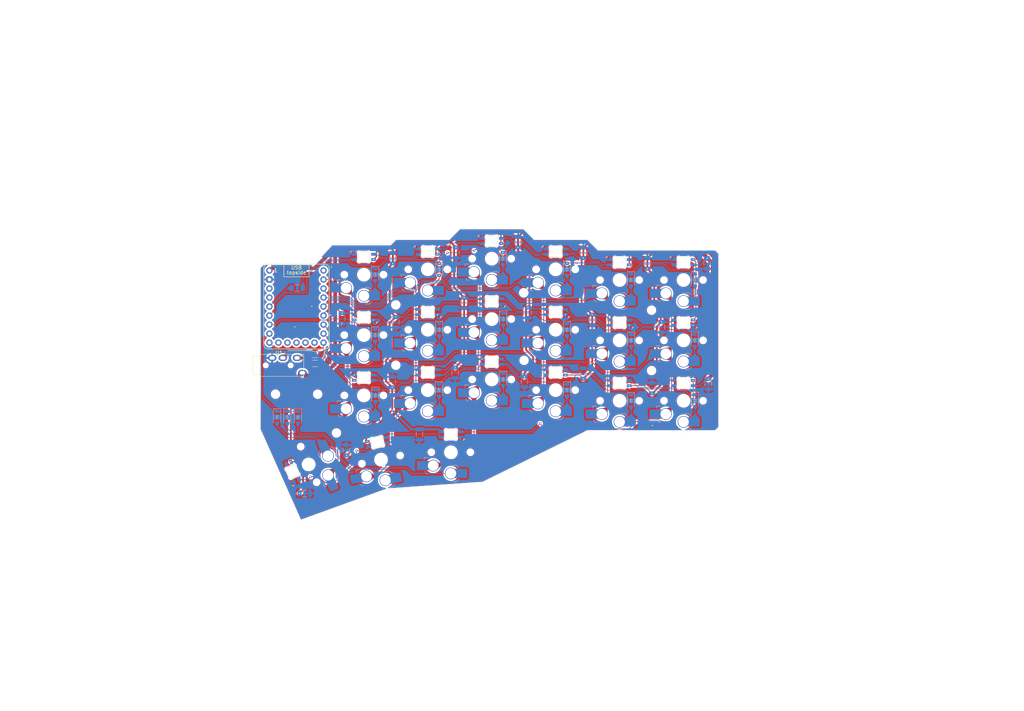
<source format=kicad_pcb>
(kicad_pcb (version 20241229) (generator "pcbnew") (generator_version "9.0")
  (layers (0 "F.Cu" signal) (2 "B.Cu" signal) (13 "F.Paste" user) (15 "B.Paste" user) (5 "F.SilkS" user "F.Silkscreen") (7 "B.SilkS" user "B.Silkscreen") (1 "F.Mask" user) (3 "B.Mask" user) (25 "Edge.Cuts" user))
  (net 0 "")
  (net 1 "GND")
  (net 2 "Net-(D20-A)")
  (net 3 "Net-(D8-A)")
  (net 4 "Row2")
  (net 5 "Net-(D9-A)")
  (net 6 "Col0")
  (net 7 "Net-(D17-A)")
  (net 8 "Net-(D18-A)")
  (net 9 "Net-(D19-A)")
  (net 10 "Net-(D14-A)")
  (net 11 "Net-(D21-A)")
  (net 12 "Net-(D10-A)")
  (net 13 "Net-(D11-A)")
  (net 14 "Net-(D13-A)")
  (net 15 "Net-(D16-A)")
  (net 16 "Net-(D15-A)")
  (net 17 "Net-(D7-A)")
  (net 18 "Net-(D12-A)")
  (net 19 "Row1")
  (net 20 "Row0")
  (net 21 "Col3")
  (net 22 "5V")
  (net 23 "LED_IN")
  (net 24 "TRRS_TX")
  (net 25 "TRRS_RX")
  (net 26 "Col2")
  (net 27 "Net-(D4-A)")
  (net 28 "Net-(D3-A)")
  (net 29 "Net-(J1-PadR1)")
  (net 30 "Net-(J1-PadR2)")
  (net 31 "Net-(LED1-DOUT)")
  (net 32 "Net-(LED1-DIN)")
  (net 33 "Col5")
  (net 34 "Net-(D1-A)")
  (net 35 "Net-(LED3-DOUT)")
  (net 36 "Col4")
  (net 37 "Net-(D2-A)")
  (net 38 "Row3")
  (net 39 "Net-(LED2-DOUT)")
  (net 40 "Col1")
  (net 41 "Net-(LED18-DOUT)")
  (net 42 "Net-(LED6-DOUT)")
  (net 43 "Net-(LED12-DOUT)")
  (net 44 "Net-(D5-A)")
  (net 45 "Net-(D6-A)")
  (net 46 "Net-(LED4-DOUT)")
  (net 47 "Net-(LED5-DOUT)")
  (net 48 "Net-(LED7-DOUT)")
  (net 49 "Net-(LED8-DOUT)")
  (net 50 "Net-(LED10-DIN)")
  (net 51 "Net-(LED10-DOUT)")
  (net 52 "Net-(LED11-DOUT)")
  (net 53 "Net-(LED13-DOUT)")
  (net 54 "Net-(LED14-DOUT)")
  (net 55 "Net-(LED15-DOUT)")
  (net 56 "Net-(LED16-DOUT)")
  (net 57 "Net-(LED17-DOUT)")
  (net 58 "Net-(LED19-DOUT)")
  (net 59 "Net-(LED20-DOUT)")
  (net 60 "LED_OUT")
  (footprint "PCM_marbastlib-xp-various:CON_MJ-4PP-9" (layer "F.Cu") (at 82.22 103.24)
    (property "Reference" "J1" (hide yes))
    (property "Value" "AudioJack4")
  )
  (footprint "PCM_marbastlib-xp-promicroish:RP2040-Matrix_AH" (layer "F.Cu") (at 86.31 86.68)
    (property "Reference" "U1")
    (property "Value" "RP2040-Matrix")
  )
  (footprint "Resistor_SMD:R_1206_3216Metric_Pad1.30x1.75mm_HandSolder" (layer "F.Cu") (at 91.545 100.19 180)
    (property "Reference" "R2" (hide yes))
    (property "Value" "R")
  )
  (footprint "Resistor_SMD:R_1206_3216Metric_Pad1.30x1.75mm_HandSolder" (layer "F.Cu") (at 91.545 102.72 180)
    (property "Reference" "R1" (hide yes))
    (property "Value" "R")
  )
  (footprint "Diode_SMD:D_SOD-123" (layer "B.Cu") (at 108.445 94.7325 -90)
    (property "Reference" "D12")
    (property "Value" "1N4148W")
  )
  (footprint "PCM_marbastlib-choc:SW_choc_v1_HS_CPG135001S30_1u" (layer "B.Cu") (at 159.29 93.21 180)
    (property "Reference" "CH9")
    (property "Value" "choc_v1_SW_HS")
  )
  (footprint "MountingHole:MountingHole_2.2mm_M2" (layer "B.Cu") (at 186.29 87.71 180)
    (property "Reference" "H1")
    (property "Value" "MountingHole")
    (fp_circle (center 0 0) (end 1.1 0) (stroke (width 0.01)) (fill no) (layer "Edge.Cuts"))
  )
  (footprint "PCM_marbastlib-choc:SW_choc_v1_HS_CPG135001S30_1u" (layer "B.Cu") (at 195.29 113.21 180)
    (property "Reference" "CH18")
    (property "Value" "choc_v1_SW_HS")
  )
  (footprint "Diode_SMD:D_SOD-123" (layer "B.Cu") (at 83.745 117.8575 -90)
    (property "Reference" "D20")
    (property "Value" "1N4148W")
  )
  (footprint "MountingHole:MountingHole_2.2mm_M2" (layer "B.Cu") (at 92.28 111.36 180)
    (property "Reference" "H7")
    (property "Value" "MountingHole")
    (fp_circle (center 0 0) (end 1.1 0) (stroke (width 0.01)) (fill no) (layer "Edge.Cuts"))
  )
  (footprint "PCM_marbastlib-various:LED_6028R" (layer "B.Cu") (at 177.29 91.21 180)
    (property "Reference" "LED8")
    (property "Value" "SK6812MINI-E")
    (fp_line (start 1.699999 -0.702841) (end 1.699999 0.702843) (stroke (width 0.1)) (layer "Edge.Cuts"))
    (fp_line (start 0.794452 1.5) (end -0.794453 1.5) (stroke (width 0.1)) (layer "Edge.Cuts"))
    (fp_line (start -0.794452 -1.499999) (end 0.794452 -1.499999) (stroke (width 0.1)) (layer "Edge.Cuts"))
    (fp_line (start -1.699999 0.702843) (end -1.699999 -0.702841) (stroke (width 0.1)) (layer "Edge.Cuts"))
    (fp_arc (start 1.749484 0.919721) (mid 1.712526 0.814069) (end 1.699999 0.702843) (stroke (width 0.1)) (layer "Edge.Cuts"))
    (fp_arc (start 1.749484 0.919721) (mid 1.638072 1.504036) (end 1.046711 1.5683) (stroke (width 0.1)) (layer "Edge.Cuts"))
    (fp_arc (start 1.699999 -0.702842) (mid 1.712536 -0.814064) (end 1.749484 -0.919719) (stroke (width 0.1)) (layer "Edge.Cuts"))
    (fp_arc (start 1.046711 -1.568296) (mid 1.63807 -1.504033) (end 1.749484 -0.919719) (stroke (width 0.1)) (layer "Edge.Cuts"))
    (fp_arc (start 1.04671 -1.568298) (mid 0.925122 -1.517376) (end 0.794452 -1.499999) (stroke (width 0.1)) (layer "Edge.Cuts"))
    (fp_arc (start 0.794453 1.500001) (mid 0.925123 1.517378) (end 1.046711 1.5683) (stroke (width 0.1)) (layer "Edge.Cuts"))
    (fp_arc (start -0.794452 -1.499999) (mid -0.925123 -1.517376) (end -1.046711 -1.568298) (stroke (width 0.1)) (layer "Edge.Cuts"))
    (fp_arc (start -1.046711 1.568299) (mid -0.925123 1.517377) (end -0.794453 1.5) (stroke (width 0.1)) (layer "Edge.Cuts"))
    (fp_arc (start -1.046711 1.568299) (mid -1.638071 1.504036) (end -1.749484 0.919721) (stroke (width 0.1)) (layer "Edge.Cuts"))
    (fp_arc (start -1.699999 0.702844) (mid -1.712527 0.814069) (end -1.749484 0.919721) (stroke (width 0.1)) (layer "Edge.Cuts"))
    (fp_arc (start -1.749484 -0.919718) (mid -1.638072 -1.504034) (end -1.046711 -1.568298) (stroke (width 0.1)) (layer "Edge.Cuts"))
    (fp_arc (start -1.749484 -0.919719) (mid -1.712527 -0.814067) (end -1.699999 -0.702841) (stroke (width 0.1)) (layer "Edge.Cuts"))
  )
  (footprint "Capacitor_SMD:C_1206_3216Metric" (layer "B.Cu") (at 100.35 127.11 -90)
    (property "Reference" "C20")
    (property "Value" "0.1µF" (hide yes))
  )
  (footprint "PCM_marbastlib-choc:SW_choc_v1_HS_CPG135001S30_1u" (layer "B.Cu") (at 141.29 73.21 180)
    (property "Reference" "CH3")
    (property "Value" "choc_v1_SW_HS")
  )
  (footprint "PCM_marbastlib-choc:SW_choc_v1_HS_CPG135001S30_1u" (layer "B.Cu") (at 159.29 110.21 180)
    (property "Reference" "CH16")
    (property "Value" "choc_v1_SW_HS")
  )
  (footprint "PCM_marbastlib-choc:SW_choc_v1_HS_CPG135001S30_1u" (layer "B.Cu") (at 105.29 111.71 180)
    (property "Reference" "CH13")
    (property "Value" "choc_v1_SW_HS")
  )
  (footprint "PCM_marbastlib-choc:SW_choc_v1_HS_CPG135001S30_1u" (layer "B.Cu") (at 110.12 129.77 -168)
    (property "Reference" "CH20")
    (property "Value" "choc_v1_SW_HS")
  )
  (footprint "PCM_marbastlib-various:LED_6028R" (layer "B.Cu") (at 177.29 74.21)
    (property "Reference" "LED5")
    (property "Value" "SK6812MINI-E")
    (fp_line (start -1.699999 0.702843) (end -1.699999 -0.702841) (stroke (width 0.1)) (layer "Edge.Cuts"))
    (fp_line (start -0.794452 -1.499999) (end 0.794452 -1.499999) (stroke (width 0.1)) (layer "Edge.Cuts"))
    (fp_line (start 0.794452 1.5) (end -0.794453 1.5) (stroke (width 0.1)) (layer "Edge.Cuts"))
    (fp_line (start 1.699999 -0.702841) (end 1.699999 0.702843) (stroke (width 0.1)) (layer "Edge.Cuts"))
    (fp_arc (start -1.749484 -0.919719) (mid -1.712527 -0.814067) (end -1.699999 -0.702841) (stroke (width 0.1)) (layer "Edge.Cuts"))
    (fp_arc (start -1.749484 -0.919718) (mid -1.638072 -1.504034) (end -1.046711 -1.568298) (stroke (width 0.1)) (layer "Edge.Cuts"))
    (fp_arc (start -1.699999 0.702844) (mid -1.712527 0.814069) (end -1.749484 0.919721) (stroke (width 0.1)) (layer "Edge.Cuts"))
    (fp_arc (start -1.046711 1.568299) (mid -1.638071 1.504036) (end -1.749484 0.919721) (stroke (width 0.1)) (layer "Edge.Cuts"))
    (fp_arc (start -1.046711 1.568299) (mid -0.925123 1.517377) (end -0.794453 1.5) (stroke (width 0.1)) (layer "Edge.Cuts"))
    (fp_arc (start -0.794452 -1.499999) (mid -0.925123 -1.517376) (end -1.046711 -1.568298) (stroke (width 0.1)) (layer "Edge.Cuts"))
    (fp_arc (start 0.794453 1.500001) (mid 0.925123 1.517378) (end 1.046711 1.5683) (stroke (width 0.1)) (layer "Edge.Cuts"))
    (fp_arc (start 1.04671 -1.568298) (mid 0.925122 -1.517376) (end 0.794452 -1.499999) (stroke (width 0.1)) (layer "Edge.Cuts"))
    (fp_arc (start 1.046711 -1.568296) (mid 1.63807 -1.504033) (end 1.749484 -0.919719) (stroke (width 0.1)) (layer "Edge.Cuts"))
    (fp_arc (start 1.699999 -0.702842) (mid 1.712536 -0.814064) (end 1.749484 -0.919719) (stroke (width 0.1)) (layer "Edge.Cuts"))
    (fp_arc (start 1.749484 0.919721) (mid 1.638072 1.504036) (end 1.046711 1.5683) (stroke (width 0.1)) (layer "Edge.Cuts"))
    (fp_arc (start 1.749484 0.919721) (mid 1.712526 0.814069) (end 1.699999 0.702843) (stroke (width 0.1)) (layer "Edge.Cuts"))
  )
  (footprint "Capacitor_SMD:C_1206_3216Metric" (layer "B.Cu") (at 185.105 74.54 90)
    (property "Reference" "C5")
    (property "Value" "0.1µF" (hide yes))
  )
  (footprint "Capacitor_SMD:C_1206_3216Metric" (layer "B.Cu") (at 120.93 122.71 90)
    (property "Reference" "C19")
    (property "Value" "0.1µF" (hide yes))
  )
  (footprint "MountingHole:MountingHole_2.2mm_M2" (layer "B.Cu") (at 150.394 101.83 180)
    (property "Reference" "H9")
    (property "Value" "MountingHole")
    (fp_circle (center 0 0) (end 1.1 0) (stroke (width 0.01)) (fill no) (layer "Edge.Cuts"))
  )
  (footprint "PCM_marbastlib-various:LED_6028R" (layer "B.Cu") (at 159.29 105.21)
    (property "Reference" "LED16")
    (property "Value" "SK6812MINI-E")
    (fp_line (start -1.699999 0.702843) (end -1.699999 -0.702841) (stroke (width 0.1)) (layer "Edge.Cuts"))
    (fp_line (start -0.794452 -1.499999) (end 0.794452 -1.499999) (stroke (width 0.1)) (layer "Edge.Cuts"))
    (fp_line (start 0.794452 1.5) (end -0.794453 1.5) (stroke (width 0.1)) (layer "Edge.Cuts"))
    (fp_line (start 1.699999 -0.702841) (end 1.699999 0.702843) (stroke (width 0.1)) (layer "Edge.Cuts"))
    (fp_arc (start -1.749484 -0.919719) (mid -1.712527 -0.814067) (end -1.699999 -0.702841) (stroke (width 0.1)) (layer "Edge.Cuts"))
    (fp_arc (start -1.749484 -0.919718) (mid -1.638072 -1.504034) (end -1.046711 -1.568298) (stroke (width 0.1)) (layer "Edge.Cuts"))
    (fp_arc (start -1.699999 0.702844) (mid -1.712527 0.814069) (end -1.749484 0.919721) (stroke (width 0.1)) (layer "Edge.Cuts"))
    (fp_arc (start -1.046711 1.568299) (mid -1.638071 1.504036) (end -1.749484 0.919721) (stroke (width 0.1)) (layer "Edge.Cuts"))
    (fp_arc (start -1.046711 1.568299) (mid -0.925123 1.517377) (end -0.794453 1.5) (stroke (width 0.1)) (layer "Edge.Cuts"))
    (fp_arc (start -0.794452 -1.499999) (mid -0.925123 -1.517376) (end -1.046711 -1.568298) (stroke (width 0.1)) (layer "Edge.Cuts"))
    (fp_arc (start 0.794453 1.500001) (mid 0.925123 1.517378) (end 1.046711 1.5683) (stroke (width 0.1)) (layer "Edge.Cuts"))
    (fp_arc (start 1.04671 -1.568298) (mid 0.925122 -1.517376) (end 0.794452 -1.499999) (stroke (width 0.1)) (layer "Edge.Cuts"))
    (fp_arc (start 1.046711 -1.568296) (mid 1.63807 -1.504033) (end 1.749484 -0.919719) (stroke (width 0.1)) (layer "Edge.Cuts"))
    (fp_arc (start 1.699999 -0.702842) (mid 1.712536 -0.814064) (end 1.749484 -0.919719) (stroke (width 0.1)) (layer "Edge.Cuts"))
    (fp_arc (start 1.749484 0.919721) (mid 1.638072 1.504036) (end 1.046711 1.5683) (stroke (width 0.1)) (layer "Edge.Cuts"))
    (fp_arc (start 1.749484 0.919721) (mid 1.712526 0.814069) (end 1.699999 0.702843) (stroke (width 0.1)) (layer "Edge.Cuts"))
  )
  (footprint "Diode_SMD:D_SOD-123" (layer "B.Cu") (at 144.475 107.2325 -90)
    (property "Reference" "D15")
    (property "Value" "1N4148W")
  )
  (footprint "PCM_marbastlib-various:LED_6028R" (layer "B.Cu") (at 123.29 105.21)
    (property "Reference" "LED14")
    (property "Value" "SK6812MINI-E")
    (fp_line (start -1.699999 0.702843) (end -1.699999 -0.702841) (stroke (width 0.1)) (layer "Edge.Cuts"))
    (fp_line (start -0.794452 -1.499999) (end 0.794452 -1.499999) (stroke (width 0.1)) (layer "Edge.Cuts"))
    (fp_line (start 0.794452 1.5) (end -0.794453 1.5) (stroke (width 0.1)) (layer "Edge.Cuts"))
    (fp_line (start 1.699999 -0.702841) (end 1.699999 0.702843) (stroke (width 0.1)) (layer "Edge.Cuts"))
    (fp_arc (start -1.749484 -0.919719) (mid -1.712527 -0.814067) (end -1.699999 -0.702841) (stroke (width 0.1)) (layer "Edge.Cuts"))
    (fp_arc (start -1.749484 -0.919718) (mid -1.638072 -1.504034) (end -1.046711 -1.568298) (stroke (width 0.1)) (layer "Edge.Cuts"))
    (fp_arc (start -1.699999 0.702844) (mid -1.712527 0.814069) (end -1.749484 0.919721) (stroke (width 0.1)) (layer "Edge.Cuts"))
    (fp_arc (start -1.046711 1.568299) (mid -1.638071 1.504036) (end -1.749484 0.919721) (stroke (width 0.1)) (layer "Edge.Cuts"))
    (fp_arc (start -1.046711 1.568299) (mid -0.925123 1.517377) (end -0.794453 1.5) (stroke (width 0.1)) (layer "Edge.Cuts"))
    (fp_arc (start -0.794452 -1.499999) (mid -0.925123 -1.517376) (end -1.046711 -1.568298) (stroke (width 0.1)) (layer "Edge.Cuts"))
    (fp_arc (start 0.794453 1.500001) (mid 0.925123 1.517378) (end 1.046711 1.5683) (stroke (width 0.1)) (layer "Edge.Cuts"))
    (fp_arc (start 1.04671 -1.568298) (mid 0.925122 -1.517376) (end 0.794452 -1.499999) (stroke (width 0.1)) (layer "Edge.Cuts"))
    (fp_arc (start 1.046711 -1.568296) (mid 1.63807 -1.504033) (end 1.749484 -0.919719) (stroke (width 0.1)) (layer "Edge.Cuts"))
    (fp_arc (start 1.699999 -0.702842) (mid 1.712536 -0.814064) (end 1.749484 -0.919719) (stroke (width 0.1)) (layer "Edge.Cuts"))
    (fp_arc (start 1.749484 0.919721) (mid 1.638072 1.504036) (end 1.046711 1.5683) (stroke (width 0.1)) (layer "Edge.Cuts"))
    (fp_arc (start 1.749484 0.919721) (mid 1.712526 0.814069) (end 1.699999 0.702843) (stroke (width 0.1)) (layer "Edge.Cuts"))
  )
  (footprint "PCM_marbastlib-various:LED_6028R" (layer "B.Cu") (at 123.29 71.21)
    (property "Reference" "LED2")
    (property "Value" "SK6812MINI-E")
    (fp_line (start -1.699999 0.702843) (end -1.699999 -0.702841) (stroke (width 0.1)) (layer "Edge.Cuts"))
    (fp_line (start -0.794452 -1.499999) (end 0.794452 -1.499999) (stroke (width 0.1)) (layer "Edge.Cuts"))
    (fp_line (start 0.794452 1.5) (end -0.794453 1.5) (stroke (width 0.1)) (layer "Edge.Cuts"))
    (fp_line (start 1.699999 -0.702841) (end 1.699999 0.702843) (stroke (width 0.1)) (layer "Edge.Cuts"))
    (fp_arc (start -1.749484 -0.919719) (mid -1.712527 -0.814067) (end -1.699999 -0.702841) (stroke (width 0.1)) (layer "Edge.Cuts"))
    (fp_arc (start -1.749484 -0.919718) (mid -1.638072 -1.504034) (end -1.046711 -1.568298) (stroke (width 0.1)) (layer "Edge.Cuts"))
    (fp_arc (start -1.699999 0.702844) (mid -1.712527 0.814069) (end -1.749484 0.919721) (stroke (width 0.1)) (layer "Edge.Cuts"))
    (fp_arc (start -1.046711 1.568299) (mid -1.638071 1.504036) (end -1.749484 0.919721) (stroke (width 0.1)) (layer "Edge.Cuts"))
    (fp_arc (start -1.046711 1.568299) (mid -0.925123 1.517377) (end -0.794453 1.5) (stroke (width 0.1)) (layer "Edge.Cuts"))
    (fp_arc (start -0.794452 -1.499999) (mid -0.925123 -1.517376) (end -1.046711 -1.568298) (stroke (width 0.1)) (layer "Edge.Cuts"))
    (fp_arc (start 0.794453 1.500001) (mid 0.925123 1.517378) (end 1.046711 1.5683) (stroke (width 0.1)) (layer "Edge.Cuts"))
    (fp_arc (start 1.04671 -1.568298) (mid 0.925122 -1.517376) (end 0.794452 -1.499999) (stroke (width 0.1)) (layer "Edge.Cuts"))
    (fp_arc (start 1.046711 -1.568296) (mid 1.63807 -1.504033) (end 1.749484 -0.919719) (stroke (width 0.1)) (layer "Edge.Cuts"))
    (fp_arc (start 1.699999 -0.702842) (mid 1.712536 -0.814064) (end 1.749484 -0.919719) (stroke (width 0.1)) (layer "Edge.Cuts"))
    (fp_arc (start 1.749484 0.919721) (mid 1.638072 1.504036) (end 1.046711 1.5683) (stroke (width 0.1)) (layer "Edge.Cuts"))
    (fp_arc (start 1.749484 0.919721) (mid 1.712526 0.814069) (end 1.699999 0.702843) (stroke (width 0.1)) (layer "Edge.Cuts"))
  )
  (footprint "Capacitor_SMD:C_1206_3216Metric" (layer "B.Cu") (at 130.985 105.35 -90)
    (property "Reference" "C14")
    (property "Value" "0.1µF" (hide yes))
  )
  (footprint "PCM_marbastlib-choc:SW_choc_v1_HS_CPG135001S30_1u" (layer "B.Cu") (at 195.29 79.21 180)
    (property "Reference" "CH6")
    (property "Value" "choc_v1_SW_HS")
  )
  (footprint "Capacitor_SMD:C_1206_3216Metric" (layer "B.Cu") (at 169.605 90.44 90)
    (property "Reference" "C8")
    (property "Value" "0.1µF" (hide yes))
  )
  (footprint "PCM_marbastlib-various:LED_6028R" (layer "B.Cu") (at 105.29 72.71)
    (property "Reference" "LED1")
    (property "Value" "SK6812MINI-E")
    (fp_line (start -1.699999 0.702843) (end -1.699999 -0.702841) (stroke (width 0.1)) (layer "Edge.Cuts"))
    (fp_line (start -0.794452 -1.499999) (end 0.794452 -1.499999) (stroke (width 0.1)) (layer "Edge.Cuts"))
    (fp_line (start 0.794452 1.5) (end -0.794453 1.5) (stroke (width 0.1)) (layer "Edge.Cuts"))
    (fp_line (start 1.699999 -0.702841) (end 1.699999 0.702843) (stroke (width 0.1)) (layer "Edge.Cuts"))
    (fp_arc (start -1.749484 -0.919719) (mid -1.712527 -0.814067) (end -1.699999 -0.702841) (stroke (width 0.1)) (layer "Edge.Cuts"))
    (fp_arc (start -1.749484 -0.919718) (mid -1.638072 -1.504034) (end -1.046711 -1.568298) (stroke (width 0.1)) (layer "Edge.Cuts"))
    (fp_arc (start -1.699999 0.702844) (mid -1.712527 0.814069) (end -1.749484 0.919721) (stroke (width 0.1)) (layer "Edge.Cuts"))
    (fp_arc (start -1.046711 1.568299) (mid -1.638071 1.504036) (end -1.749484 0.919721) (stroke (width 0.1)) (layer "Edge.Cuts"))
    (fp_arc (start -1.046711 1.568299) (mid -0.925123 1.517377) (end -0.794453 1.5) (stroke (width 0.1)) (layer "Edge.Cuts"))
    (fp_arc (start -0.794452 -1.499999) (mid -0.925123 -1.517376) (end -1.046711 -1.568298) (stroke (width 0.1)) (layer "Edge.Cuts"))
    (fp_arc (start 0.794453 1.500001) (mid 0.925123 1.517378) (end 1.046711 1.5683) (stroke (width 0.1)) (layer "Edge.Cuts"))
    (fp_arc (start 1.04671 -1.568298) (mid 0.925122 -1.517376) (end 0.794452 -1.499999) (stroke (width 0.1)) (layer "Edge.Cuts"))
    (fp_arc (start 1.046711 -1.568296) (mid 1.63807 -1.504033) (end 1.749484 -0.919719) (stroke (width 0.1)) (layer "Edge.Cuts"))
    (fp_arc (start 1.699999 -0.702842) (mid 1.712536 -0.814064) (end 1.749484 -0.919719) (stroke (width 0.1)) (layer "Edge.Cuts"))
    (fp_arc (start 1.749484 0.919721) (mid 1.638072 1.504036) (end 1.046711 1.5683) (stroke (width 0.1)) (layer "Edge.Cuts"))
    (fp_arc (start 1.749484 0.919721) (mid 1.712526 0.814069) (end 1.699999 0.702843) (stroke (width 0.1)) (layer "Edge.Cuts"))
  )
  (footprint "Capacitor_SMD:C_1206_3216Metric" (layer "B.Cu") (at 167.095 71.55 90)
    (property "Reference" "C4")
    (property "Value" "0.1µF" (hide yes))
  )
  (footprint "PCM_marbastlib-choc:SW_choc_v1_HS_CPG135001S30_1u" (layer "B.Cu") (at 105.29 77.71 180)
    (property "Reference" "CH1")
    (property "Value" "choc_v1_SW_HS")
  )
  (footprint "MountingHole:MountingHole_2.2mm_M2" (layer "B.Cu") (at 186.29 104.71 180)
    (property "Reference" "H4")
    (property "Value" "MountingHole")
    (fp_circle (center 0 0) (end 1.1 0) (stroke (width 0.01)) (fill no) (layer "Edge.Cuts"))
  )
  (footprint "PCM_marbastlib-various:LED_6028R" (layer "B.Cu") (at 159.29 88.21 180)
    (property "Reference" "LED9")
    (property "Value" "SK6812MINI-E")
    (fp_line (start 1.699999 -0.702841) (end 1.699999 0.702843) (stroke (width 0.1)) (layer "Edge.Cuts"))
    (fp_line (start 0.794452 1.5) (end -0.794453 1.5) (stroke (width 0.1)) (layer "Edge.Cuts"))
    (fp_line (start -0.794452 -1.499999) (end 0.794452 -1.499999) (stroke (width 0.1)) (layer "Edge.Cuts"))
    (fp_line (start -1.699999 0.702843) (end -1.699999 -0.702841) (stroke (width 0.1)) (layer "Edge.Cuts"))
    (fp_arc (start 1.749484 0.919721) (mid 1.712526 0.814069) (end 1.699999 0.702843) (stroke (width 0.1)) (layer "Edge.Cuts"))
    (fp_arc (start 1.749484 0.919721) (mid 1.638072 1.504036) (end 1.046711 1.5683) (stroke (width 0.1)) (layer "Edge.Cuts"))
    (fp_arc (start 1.699999 -0.702842) (mid 1.712536 -0.814064) (end 1.749484 -0.919719) (stroke (width 0.1)) (layer "Edge.Cuts"))
    (fp_arc (start 1.046711 -1.568296) (mid 1.63807 -1.504033) (end 1.749484 -0.919719) (stroke (width 0.1)) (layer "Edge.Cuts"))
    (fp_arc (start 1.04671 -1.568298) (mid 0.925122 -1.517376) (end 0.794452 -1.499999) (stroke (width 0.1)) (layer "Edge.Cuts"))
    (fp_arc (start 0.794453 1.500001) (mid 0.925123 1.517378) (end 1.046711 1.5683) (stroke (width 0.1)) (layer "Edge.Cuts"))
    (fp_arc (start -0.794452 -1.499999) (mid -0.925123 -1.517376) (end -1.046711 -1.568298) (stroke (width 0.1)) (layer "Edge.Cuts"))
    (fp_arc (start -1.046711 1.568299) (mid -0.925123 1.517377) (end -0.794453 1.5) (stroke (width 0.1)) (layer "Edge.Cuts"))
    (fp_arc (start -1.046711 1.568299) (mid -1.638071 1.504036) (end -1.749484 0.919721) (stroke (width 0.1)) (layer "Edge.Cuts"))
    (fp_arc (start -1.699999 0.702844) (mid -1.712527 0.814069) (end -1.749484 0.919721) (stroke (width 0.1)) (layer "Edge.Cuts"))
    (fp_arc (start -1.749484 -0.919718) (mid -1.638072 -1.504034) (end -1.046711 -1.568298) (stroke (width 0.1)) (layer "Edge.Cuts"))
    (fp_arc (start -1.749484 -0.919719) (mid -1.712527 -0.814067) (end -1.699999 -0.702841) (stroke (width 0.1)) (layer "Edge.Cuts"))
  )
  (footprint "Diode_SMD:D_SOD-123" (layer "B.Cu") (at 80.825 117.83 -90)
    (property "Reference" "D21")
    (property "Value" "1N4148W")
  )
  (footprint "PCM_marbastlib-various:LED_6028R" (layer "B.Cu") (at 129.79 122.71 180)
    (property "Reference" "LED19")
    (property "Value" "SK6812MINI-E")
    (fp_line (start 1.699999 -0.702841) (end 1.699999 0.702843) (stroke (width 0.1)) (layer "Edge.Cuts"))
    (fp_line (start 0.794452 1.5) (end -0.794453 1.5) (stroke (width 0.1)) (layer "Edge.Cuts"))
    (fp_line (start -0.794452 -1.499999) (end 0.794452 -1.499999) (stroke (width 0.1)) (layer "Edge.Cuts"))
    (fp_line (start -1.699999 0.702843) (end -1.699999 -0.702841) (stroke (width 0.1)) (layer "Edge.Cuts"))
    (fp_arc (start 1.749484 0.919721) (mid 1.712526 0.814069) (end 1.699999 0.702843) (stroke (width 0.1)) (layer "Edge.Cuts"))
    (fp_arc (start 1.749484 0.919721) (mid 1.638072 1.504036) (end 1.046711 1.5683) (stroke (width 0.1)) (layer "Edge.Cuts"))
    (fp_arc (start 1.699999 -0.702842) (mid 1.712536 -0.814064) (end 1.749484 -0.919719) (stroke (width 0.1)) (layer "Edge.Cuts"))
    (fp_arc (start 1.046711 -1.568296) (mid 1.63807 -1.504033) (end 1.749484 -0.919719) (stroke (width 0.1)) (layer "Edge.Cuts"))
    (fp_arc (start 1.04671 -1.568298) (mid 0.925122 -1.517376) (end 0.794452 -1.499999) (stroke (width 0.1)) (layer "Edge.Cuts"))
    (fp_arc (start 0.794453 1.500001) (mid 0.925123 1.517378) (end 1.046711 1.5683) (stroke (width 0.1)) (layer "Edge.Cuts"))
    (fp_arc (start -0.794452 -1.499999) (mid -0.925123 -1.517376) (end -1.046711 -1.568298) (stroke (width 0.1)) (layer "Edge.Cuts"))
    (fp_arc (start -1.046711 1.568299) (mid -0.925123 1.517377) (end -0.794453 1.5) (stroke (width 0.1)) (layer "Edge.Cuts"))
    (fp_arc (start -1.046711 1.568299) (mid -1.638071 1.504036) (end -1.749484 0.919721) (stroke (width 0.1)) (layer "Edge.Cuts"))
    (fp_arc (start -1.699999 0.702844) (mid -1.712527 0.814069) (end -1.749484 0.919721) (stroke (width 0.1)) (layer "Edge.Cuts"))
    (fp_arc (start -1.749484 -0.919718) (mid -1.638072 -1.504034) (end -1.046711 -1.568298) (stroke (width 0.1)) (layer "Edge.Cuts"))
    (fp_arc (start -1.749484 -0.919719) (mid -1.712527 -0.814067) (end -1.699999 -0.702841) (stroke (width 0.1)) (layer "Edge.Cuts"))
  )
  (footprint "PCM_marbastlib-choc:SW_choc_v1_HS_CPG135001S30_1u" (layer "B.Cu") (at 105.29 94.71 180)
    (property "Reference" "CH12")
    (property "Value" "choc_v1_SW_HS")
  )
  (footprint "Diode_SMD:D_SOD-123" (layer "B.Cu") (at 180.495 113.2325 -90)
    (property "Reference" "D17")
    (property "Value" "1N4148W")
  )
  (footprint "Diode_SMD:D_SOD-123" (layer "B.Cu") (at 198.505 113.21 -90)
    (property "Reference" "D18")
    (property "Value" "1N4148W")
  )
  (footprint "PCM_marbastlib-various:LED_6028R" (layer "B.Cu") (at 105.29 106.71)
    (property "Reference" "LED13")
    (property "Value" "SK6812MINI-E")
    (fp_line (start -1.699999 0.702843) (end -1.699999 -0.702841) (stroke (width 0.1)) (layer "Edge.Cuts"))
    (fp_line (start -0.794452 -1.499999) (end 0.794452 -1.499999) (stroke (width 0.1)) (layer "Edge.Cuts"))
    (fp_line (start 0.794452 1.5) (end -0.794453 1.5) (stroke (width 0.1)) (layer "Edge.Cuts"))
    (fp_line (start 1.699999 -0.702841) (end 1.699999 0.702843) (stroke (width 0.1)) (layer "Edge.Cuts"))
    (fp_arc (start -1.749484 -0.919719) (mid -1.712527 -0.814067) (end -1.699999 -0.702841) (stroke (width 0.1)) (layer "Edge.Cuts"))
    (fp_arc (start -1.749484 -0.919718) (mid -1.638072 -1.504034) (end -1.046711 -1.568298) (stroke (width 0.1)) (layer "Edge.Cuts"))
    (fp_arc (start -1.699999 0.702844) (mid -1.712527 0.814069) (end -1.749484 0.919721) (stroke (width 0.1)) (layer "Edge.Cuts"))
    (fp_arc (start -1.046711 1.568299) (mid -1.638071 1.504036) (end -1.749484 0.919721) (stroke (width 0.1)) (layer "Edge.Cuts"))
    (fp_arc (start -1.046711 1.568299) (mid -0.925123 1.517377) (end -0.794453 1.5) (stroke (width 0.1)) (layer "Edge.Cuts"))
    (fp_arc (start -0.794452 -1.499999) (mid -0.925123 -1.517376) (end -1.046711 -1.568298) (stroke (width 0.1)) (layer "Edge.Cuts"))
    (fp_arc (start 0.794453 1.500001) (mid 0.925123 1.517378) (end 1.046711 1.5683) (stroke (width 0.1)) (layer "Edge.Cuts"))
    (fp_arc (start 1.04671 -1.568298) (mid 0.925122 -1.517376) (end 0.794452 -1.499999) (stroke (width 0.1)) (layer "Edge.Cuts"))
    (fp_arc (start 1.046711 -1.568296) (mid 1.63807 -1.504033) (end 1.749484 -0.919719) (stroke (width 0.1)) (layer "Edge.Cuts"))
    (fp_arc (start 1.699999 -0.702842) (mid 1.712536 -0.814064) (end 1.749484 -0.919719) (stroke (width 0.1)) (layer "Edge.Cuts"))
    (fp_arc (start 1.749484 0.919721) (mid 1.638072 1.504036) (end 1.046711 1.5683) (stroke (width 0.1)) (layer "Edge.Cuts"))
    (fp_arc (start 1.749484 0.919721) (mid 1.712526 0.814069) (end 1.699999 0.702843) (stroke (width 0.1)) (layer "Edge.Cuts"))
  )
  (footprint "PCM_marbastlib-various:LED_6028R" (layer "B.Cu") (at 141.29 68.21)
    (property "Reference" "LED3")
    (property "Value" "SK6812MINI-E")
    (fp_line (start -1.699999 0.702843) (end -1.699999 -0.702841) (stroke (width 0.1)) (layer "Edge.Cuts"))
    (fp_line (start -0.794452 -1.499999) (end 0.794452 -1.499999) (stroke (width 0.1)) (layer "Edge.Cuts"))
    (fp_line (start 0.794452 1.5) (end -0.794453 1.5) (stroke (width 0.1)) (layer "Edge.Cuts"))
    (fp_line (start 1.699999 -0.702841) (end 1.699999 0.702843) (stroke (width 0.1)) (layer "Edge.Cuts"))
    (fp_arc (start -1.749484 -0.919719) (mid -1.712527 -0.814067) (end -1.699999 -0.702841) (stroke (width 0.1)) (layer "Edge.Cuts"))
    (fp_arc (start -1.749484 -0.919718) (mid -1.638072 -1.504034) (end -1.046711 -1.568298) (stroke (width 0.1)) (layer "Edge.Cuts"))
    (fp_arc (start -1.699999 0.702844) (mid -1.712527 0.814069) (end -1.749484 0.919721) (stroke (width 0.1)) (layer "Edge.Cuts"))
    (fp_arc (start -1.046711 1.568299) (mid -1.638071 1.504036) (end -1.749484 0.919721) (stroke (width 0.1)) (layer "Edge.Cuts"))
    (fp_arc (start -1.046711 1.568299) (mid -0.925123 1.517377) (end -0.794453 1.5) (stroke (width 0.1)) (layer "Edge.Cuts"))
    (fp_arc (start -0.794452 -1.499999) (mid -0.925123 -1.517376) (end -1.046711 -1.568298) (stroke (width 0.1)) (layer "Edge.Cuts"))
    (fp_arc (start 0.794453 1.500001) (mid 0.925123 1.517378) (end 1.046711 1.5683) (stroke (width 0.1)) (layer "Edge.Cuts"))
    (fp_arc (start 1.04671 -1.568298) (mid 0.925122 -1.517376) (end 0.794452 -1.499999) (stroke (width 0.1)) (layer "Edge.Cuts"))
    (fp_arc (start 1.046711 -1.568296) (mid 1.63807 -1.504033) (end 1.749484 -0.919719) (stroke (width 0.1)) (layer "Edge.Cuts"))
    (fp_arc (start 1.699999 -0.702842) (mid 1.712536 -0.814064) (end 1.749484 -0.919719) (stroke (width 0.1)) (layer "Edge.Cuts"))
    (fp_arc (start 1.749484 0.919721) (mid 1.638072 1.504036) (end 1.046711 1.5683) (stroke (width 0.1)) (layer "Edge.Cuts"))
    (fp_arc (start 1.749484 0.919721) (mid 1.712526 0.814069) (end 1.699999 0.702843) (stroke (width 0.1)) (layer "Edge.Cuts"))
  )
  (footprint "Diode_SMD:D_SOD-123" (layer "B.Cu") (at 108.525 111.7325 -90)
    (property "Reference" "D13")
    (property "Value" "1N4148W")
  )
  (footprint "Diode_SMD:D_SOD-123" (layer "B.Cu") (at 126.475 76.2325 -90)
    (property "Reference" "D2")
    (property "Value" "1N4148W")
  )
  (footprint "Capacitor_SMD:C_1206_3216Metric" (layer "B.Cu") (at 189.105 92.46 90)
    (property "Reference" "C7")
    (property "Value" "0.1µF" (hide yes))
  )
  (footprint "PCM_marbastlib-various:LED_6028R" (layer "B.Cu") (at 195.29 91.21 180)
    (property "Reference" "LED7")
    (property "Value" "SK6812MINI-E")
    (fp_line (start 1.699999 -0.702841) (end 1.699999 0.702843) (stroke (width 0.1)) (layer "Edge.Cuts"))
    (fp_line (start 0.794452 1.5) (end -0.794453 1.5) (stroke (width 0.1)) (layer "Edge.Cuts"))
    (fp_line (start -0.794452 -1.499999) (end 0.794452 -1.499999) (stroke (width 0.1)) (layer "Edge.Cuts"))
    (fp_line (start -1.699999 0.702843) (end -1.699999 -0.702841) (stroke (width 0.1)) (layer "Edge.Cuts"))
    (fp_arc (start 1.749484 0.919721) (mid 1.712526 0.814069) (end 1.699999 0.702843) (stroke (width 0.1)) (layer "Edge.Cuts"))
    (fp_arc (start 1.749484 0.919721) (mid 1.638072 1.504036) (end 1.046711 1.5683) (stroke (width 0.1)) (layer "Edge.Cuts"))
    (fp_arc (start 1.699999 -0.702842) (mid 1.712536 -0.814064) (end 1.749484 -0.919719) (stroke (width 0.1)) (layer "Edge.Cuts"))
    (fp_arc (start 1.046711 -1.568296) (mid 1.63807 -1.504033) (end 1.749484 -0.919719) (stroke (width 0.1)) (layer "Edge.Cuts"))
    (fp_arc (start 1.04671 -1.568298) (mid 0.925122 -1.517376) (end 0.794452 -1.499999) (stroke (width 0.1)) (layer "Edge.Cuts"))
    (fp_arc (start 0.794453 1.500001) (mid 0.925123 1.517378) (end 1.046711 1.5683) (stroke (width 0.1)) (layer "Edge.Cuts"))
    (fp_arc (start -0.794452 -1.499999) (mid -0.925123 -1.517376) (end -1.046711 -1.568298) (stroke (width 0.1)) (layer "Edge.Cuts"))
    (fp_arc (start -1.046711 1.568299) (mid -0.925123 1.517377) (end -0.794453 1.5) (stroke (width 0.1)) (layer "Edge.Cuts"))
    (fp_arc (start -1.046711 1.568299) (mid -1.638071 1.504036) (end -1.749484 0.919721) (stroke (width 0.1)) (layer "Edge.Cuts"))
    (fp_arc (start -1.699999 0.702844) (mid -1.712527 0.814069) (end -1.749484 0.919721) (stroke (width 0.1)) (layer "Edge.Cuts"))
    (fp_arc (start -1.749484 -0.919718) (mid -1.638072 -1.504034) (end -1.046711 -1.568298) (stroke (width 0.1)) (layer "Edge.Cuts"))
    (fp_arc (start -1.749484 -0.919719) (mid -1.712527 -0.814067) (end -1.699999 -0.702841) (stroke (width 0.1)) (layer "Edge.Cuts"))
  )
  (footprint "Capacitor_SMD:C_1206_3216Metric" (layer "B.Cu") (at 133.515 85.6 90)
    (property "Reference" "C10")
    (property "Value" "0.1µF" (hide yes))
  )
  (footprint "PCM_marbastlib-various:LED_6028R" (layer "B.Cu") (at 123.29 88.21 180)
    (property "Reference" "LED11")
    (property "Value" "SK6812MINI-E")
    (fp_line (start 1.699999 -0.702841) (end 1.699999 0.702843) (stroke (width 0.1)) (layer "Edge.Cuts"))
    (fp_line (start 0.794452 1.5) (end -0.794453 1.5) (stroke (width 0.1)) (layer "Edge.Cuts"))
    (fp_line (start -0.794452 -1.499999) (end 0.794452 -1.499999) (stroke (width 0.1)) (layer "Edge.Cuts"))
    (fp_line (start -1.699999 0.702843) (end -1.699999 -0.702841) (stroke (width 0.1)) (layer "Edge.Cuts"))
    (fp_arc (start 1.749484 0.919721) (mid 1.712526 0.814069) (end 1.699999 0.702843) (stroke (width 0.1)) (layer "Edge.Cuts"))
    (fp_arc (start 1.749484 0.919721) (mid 1.638072 1.504036) (end 1.046711 1.5683) (stroke (width 0.1)) (layer "Edge.Cuts"))
    (fp_arc (start 1.699999 -0.702842) (mid 1.712536 -0.814064) (end 1.749484 -0.919719) (stroke (width 0.1)) (layer "Edge.Cuts"))
    (fp_arc (start 1.046711 -1.568296) (mid 1.63807 -1.504033) (end 1.749484 -0.919719) (stroke (width 0.1)) (layer "Edge.Cuts"))
    (fp_arc (start 1.04671 -1.568298) (mid 0.925122 -1.517376) (end 0.794452 -1.499999) (stroke (width 0.1)) (layer "Edge.Cuts"))
    (fp_arc (start 0.794453 1.500001) (mid 0.925123 1.517378) (end 1.046711 1.5683) (stroke (width 0.1)) (layer "Edge.Cuts"))
    (fp_arc (start -0.794452 -1.499999) (mid -0.925123 -1.517376) (end -1.046711 -1.568298) (stroke (width 0.1)) (layer "Edge.Cuts"))
    (fp_arc (start -1.046711 1.568299) (mid -0.925123 1.517377) (end -0.794453 1.5) (stroke (width 0.1)) (layer "Edge.Cuts"))
    (fp_arc (start -1.046711 1.568299) (mid -1.638071 1.504036) (end -1.749484 0.919721) (stroke (width 0.1)) (layer "Edge.Cuts"))
    (fp_arc (start -1.699999 0.702844) (mid -1.712527 0.814069) (end -1.749484 0.919721) (stroke (width 0.1)) (layer "Edge.Cuts"))
    (fp_arc (start -1.749484 -0.919718) (mid -1.638072 -1.504034) (end -1.046711 -1.568298) (stroke (width 0.1)) (layer "Edge.Cuts"))
    (fp_arc (start -1.749484 -0.919719) (mid -1.712527 -0.814067) (end -1.699999 -0.702841) (stroke (width 0.1)) (layer "Edge.Cuts"))
  )
  (footprint "Diode_SMD:D_SOD-123" (layer "B.Cu") (at 162.495 110.21 -90)
    (property "Reference" "D16")
    (property "Value" "1N4148W")
  )
  (footprint "PCM_marbastlib-choc:SW_choc_v1_HS_CPG135001S30_1u" (layer "B.Cu") (at 177.29 113.21 180)
    (property "Reference" "CH17")
    (property "Value" "choc_v1_SW_HS")
  )
  (footprint "PCM_marbastlib-various:LED_6028R" (layer "B.Cu") (at 85.1823 133.1737 114)
    (property "Reference" "LED21")
    (property "Value" "SK6812MINI-E")
    (fp_line (start 1.7 -0.702841) (end 1.699999 0.702843) (stroke (width 0.1)) (layer "Edge.Cuts"))
    (fp_line (start -0.794452 -1.5) (end 0.794452 -1.5) (stroke (width 0.1)) (layer "Edge.Cuts"))
    (fp_line (start 0.794452 1.5) (end -0.794453 1.5) (stroke (width 0.1)) (layer "Edge.Cuts"))
    (fp_line (start -1.699999 0.702843) (end -1.7 -0.702841) (stroke (width 0.1)) (layer "Edge.Cuts"))
    (fp_arc (start 1.04671 -1.568298) (mid 0.925122 -1.517377) (end 0.794452 -1.5) (stroke (width 0.1)) (layer "Edge.Cuts"))
    (fp_arc (start 1.046711 -1.568295) (mid 1.638073 -1.504031) (end 1.749484 -0.919719) (stroke (width 0.1)) (layer "Edge.Cuts"))
    (fp_arc (start 1.699999 -0.702842) (mid 1.712538 -0.814065) (end 1.749484 -0.919719) (stroke (width 0.1)) (layer "Edge.Cuts"))
    (fp_arc (start -0.794452 -1.5) (mid -0.925122 -1.517377) (end -1.046711 -1.568298) (stroke (width 0.1)) (layer "Edge.Cuts"))
    (fp_arc (start -1.749484 -0.919719) (mid -1.712528 -0.814067) (end -1.7 -0.702841) (stroke (width 0.1)) (layer "Edge.Cuts"))
    (fp_arc (start -1.749484 -0.919718) (mid -1.638072 -1.504034) (end -1.046711 -1.568298) (stroke (width 0.1)) (layer "Edge.Cuts"))
    (fp_arc (start 1.749484 0.919721) (mid 1.712539 0.814067) (end 1.699999 0.702843) (stroke (width 0.1)) (layer "Edge.Cuts"))
    (fp_arc (start 1.749484 0.919721) (mid 1.638071 1.504036) (end 1.046711 1.5683) (stroke (width 0.1)) (layer "Edge.Cuts"))
    (fp_arc (start 0.794453 1.500001) (mid 0.925123 1.517378) (end 1.046711 1.5683) (stroke (width 0.1)) (layer "Edge.Cuts"))
    (fp_arc (start -1.699999 0.702844) (mid -1.712528 0.814069) (end -1.749484 0.919721) (stroke (width 0.1)) (layer "Edge.Cuts"))
    (fp_arc (start -1.046711 1.568299) (mid -1.638072 1.504037) (end -1.749484 0.919721) (stroke (width 0.1)) (layer "Edge.Cuts"))
    (fp_arc (start -1.046711 1.568299) (mid -0.925122 1.517378) (end -0.794453 1.5) (stroke (width 0.1)) (layer "Edge.Cuts"))
  )
  (footprint "Capacitor_SMD:C_1206_3216Metric" (layer "B.Cu") (at 151.505 88.42 90)
    (property "Reference" "C9")
    (property "Value" "0.1µF" (hide yes))
  )
  (footprint "Diode_SMD:D_SOD-123" (layer "B.Cu") (at 162.455 76.2325 -90)
    (property "Reference" "D4")
    (property "Value" "1N4148W")
  )
  (footprint "Diode_SMD:D_SOD-123" (layer "B.Cu") (at 198.455 96.21 -90)
    (property "Reference" "D7")
    (property "Value" "1N4148W")
  )
  (footprint "Capacitor_SMD:C_1206_3216Metric" (layer "B.Cu") (at 201.925 74.57 -90)
    (property "Reference" "C6")
    (property "Value" "0.1µF" (hide yes))
  )
  (footprint "Capacitor_SMD:C_1206_3216Metric" (layer "B.Cu") (at 114.275 91.11 90)
    (property "Reference" "C11")
    (property "Value" "0.1µF" (hide yes))
  )
  (footprint "Diode_SMD:D_SOD-123" (layer "B.Cu") (at 180.515 96.2325 -90)
    (property "Reference" "D8")
    (property "Value" "1N4148W")
  )
  (footprint "Capacitor_SMD:C_1206_3216Metric" (layer "B.Cu") (at 186.465 109.66 90)
    (property "Reference" "C17")
    (property "Value" "0.1µF" (hide yes))
  )
  (footprint "Resistor_SMD:R_1206_3216Metric_Pad1.30x1.75mm_HandSolder" (layer "B.Cu") (at 86.525 81.49)
    (property "Reference" "R3")
    (property "Value" "47R" (hide yes))
  )
  (footprint "Diode_SMD:D_SOD-123" (layer "B.Cu") (at 180.475 79.21 -90)
    (property "Reference" "D5")
    (property "Value" "1N4148W")
  )
  (footprint "Diode_SMD:D_SOD-123" (layer "B.Cu") (at 126.485 93.21 -90)
    (property "Reference" "D11")
    (property "Value" "1N4148W")
  )
  (footprint "Capacitor_SMD:C_1206_3216Metric" (layer "B.Cu") (at 99.085 90.02 90)
    (property "Reference" "C12")
    (property "Value" "0.1µF" (hide yes))
  )
  (footprint "Diode_SMD:D_SOD-123" (layer "B.Cu") (at 126.425 110.2325 -90)
    (property "Reference" "D14")
    (property "Value" "1N4148W")
  )
  (footprint "Capacitor_SMD:C_1206_3216Metric" (layer "B.Cu") (at 148.745 68.54 90)
    (property "Reference" "C3")
    (property "Value" "0.1µF" (hide yes))
  )
  (footprint "MountingHole:MountingHole_2.2mm_M2" (layer "B.Cu") (at 80.41 111.36 180)
    (property "Reference" "H6")
    (property "Value" "MountingHole")
    (fp_circle (center 0 0) (end 1.1 0) (stroke (width 0.01)) (fill no) (layer "Edge.Cuts"))
  )
  (footprint "PCM_marbastlib-choc:SW_choc_v1_HS_CPG135001S30_1.5u" (layer "B.Cu") (at 89.75 131.14 -66)
    (property "Reference" "CH21")
    (property "Value" "choc_v1_SW_HS")
  )
  (footprint "PCM_marbastlib-various:LED_6028R" (layer "B.Cu") (at 159.29 71.21)
    (property "Reference" "LED4")
    (property "Value" "SK6812MINI-E")
    (fp_line (start -1.699999 0.702843) (end -1.699999 -0.702841) (stroke (width 0.1)) (layer "Edge.Cuts"))
    (fp_line (start -0.794452 -1.499999) (end 0.794452 -1.499999) (stroke (width 0.1)) (layer "Edge.Cuts"))
    (fp_line (start 0.794452 1.5) (end -0.794453 1.5) (stroke (width 0.1)) (layer "Edge.Cuts"))
    (fp_line (start 1.699999 -0.702841) (end 1.699999 0.702843) (stroke (width 0.1)) (layer "Edge.Cuts"))
    (fp_arc (start -1.749484 -0.919719) (mid -1.712527 -0.814067) (end -1.699999 -0.702841) (stroke (width 0.1)) (layer "Edge.Cuts"))
    (fp_arc (start -1.749484 -0.919718) (mid -1.638072 -1.504034) (end -1.046711 -1.568298) (stroke (width 0.1)) (layer "Edge.Cuts"))
    (fp_arc (start -1.699999 0.702844) (mid -1.712527 0.814069) (end -1.749484 0.919721) (stroke (width 0.1)) (layer "Edge.Cuts"))
    (fp_arc (start -1.046711 1.568299) (mid -1.638071 1.504036) (end -1.749484 0.919721) (stroke (width 0.1)) (layer "Edge.Cuts"))
    (fp_arc (start -1.046711 1.568299) (mid -0.925123 1.517377) (end -0.794453 1.5) (stroke (width 0.1)) (layer "Edge.Cuts"))
    (fp_arc (start -0.794452 -1.499999) (mid -0.925123 -1.517376) (end -1.046711 -1.568298) (stroke (width 0.1)) (layer "Edge.Cuts"))
    (fp_arc (start 0.794453 1.500001) (mid 0.925123 1.517378) (end 1.046711 1.5683) (stroke (width 0.1)) (layer "Edge.Cuts"))
    (fp_arc (start 1.04671 -1.568298) (mid 0.925122 -1.517376) (end 0.794452 -1.499999) (stroke (width 0.1)) (layer "Edge.Cuts"))
    (fp_arc (start 1.046711 -1.568296) (mid 1.63807 -1.504033) (end 1.749484 -0.919719) (stroke (width 0.1)) (layer "Edge.Cuts"))
    (fp_arc (start 1.699999 -0.702842) (mid 1.712536 -0.814064) (end 1.749484 -0.919719) (stroke (width 0.1)) (layer "Edge.Cuts"))
    (fp_arc (start 1.749484 0.919721) (mid 1.638072 1.504036) (end 1.046711 1.5683) (stroke (width 0.1)) (layer "Edge.Cuts"))
    (fp_arc (start 1.749484 0.919721) (mid 1.712526 0.814069) (end 1.699999 0.702843) (stroke (width 0.1)) (layer "Edge.Cuts"))
  )
  (footprint "PCM_marbastlib-choc:SW_choc_v1_HS_CPG135001S30_1u" (layer "B.Cu") (at 123.29 76.21 180)
    (property "Reference" "CH2")
    (property "Value" "choc_v1_SW_HS")
  )
  (footprint "PCM_marbastlib-choc:SW_choc_v1_HS_CPG135001S30_1u" (layer "B.Cu") (at 177.29 96.21 180)
    (property "Reference" "CH8")
    (property "Value" "choc_v1_SW_HS")
  )
  (footprint "PCM_marbastlib-various:LED_6028R" (layer "B.Cu") (at 105.29 89.71 180)
    (property "Reference" "LED12")
    (property "Value" "SK6812MINI-E")
    (fp_line (start 1.699999 -0.702841) (end 1.699999 0.702843) (stroke (width 0.1)) (layer "Edge.Cuts"))
    (fp_line (start 0.794452 1.5) (end -0.794453 1.5) (stroke (width 0.1)) (layer "Edge.Cuts"))
    (fp_line (start -0.794452 -1.499999) (end 0.794452 -1.499999) (stroke (width 0.1)) (layer "Edge.Cuts"))
    (fp_line (start -1.699999 0.702843) (end -1.699999 -0.702841) (stroke (width 0.1)) (layer "Edge.Cuts"))
    (fp_arc (start 1.749484 0.919721) (mid 1.712526 0.814069) (end 1.699999 0.702843) (stroke (width 0.1)) (layer "Edge.Cuts"))
    (fp_arc (start 1.749484 0.919721) (mid 1.638072 1.504036) (end 1.046711 1.5683) (stroke (width 0.1)) (layer "Edge.Cuts"))
    (fp_arc (start 1.699999 -0.702842) (mid 1.712536 -0.814064) (end 1.749484 -0.919719) (stroke (width 0.1)) (layer "Edge.Cuts"))
    (fp_arc (start 1.046711 -1.568296) (mid 1.63807 -1.504033) (end 1.749484 -0.919719) (stroke (width 0.1)) (layer "Edge.Cuts"))
    (fp_arc (start 1.04671 -1.568298) (mid 0.925122 -1.517376) (end 0.794452 -1.499999) (stroke (width 0.1)) (layer "Edge.Cuts"))
    (fp_arc (start 0.794453 1.500001) (mid 0.925123 1.517378) (end 1.046711 1.5683) (stroke (width 0.1)) (layer "Edge.Cuts"))
    (fp_arc (start -0.794452 -1.499999) (mid -0.925123 -1.517376) (end -1.046711 -1.568298) (stroke (width 0.1)) (layer "Edge.Cuts"))
    (fp_arc (start -1.046711 1.568299) (mid -0.925123 1.517377) (end -0.794453 1.5) (stroke (width 0.1)) (layer "Edge.Cuts"))
    (fp_arc (start -1.046711 1.568299) (mid -1.638071 1.504036) (end -1.749484 0.919721) (stroke (width 0.1)) (layer "Edge.Cuts"))
    (fp_arc (start -1.699999 0.702844) (mid -1.712527 0.814069) (end -1.749484 0.919721) (stroke (width 0.1)) (layer "Edge.Cuts"))
    (fp_arc (start -1.749484 -0.919718) (mid -1.638072 -1.504034) (end -1.046711 -1.568298) (stroke (width 0.1)) (layer "Edge.Cuts"))
    (fp_arc (start -1.749484 -0.919719) (mid -1.712527 -0.814067) (end -1.699999 -0.702841) (stroke (width 0.1)) (layer "Edge.Cuts"))
  )
  (footprint "PCM_marbastlib-various:LED_6028R" (layer "B.Cu") (at 195.29 108.21)
    (property "Reference" "LED18")
    (property "Value" "SK6812MINI-E")
    (fp_line (start -1.699999 0.702843) (end -1.699999 -0.702841) (stroke (width 0.1)) (layer "Edge.Cuts"))
    (fp_line (start -0.794452 -1.499999) (end 0.794452 -1.499999) (stroke (width 0.1)) (layer "Edge.Cuts"))
    (fp_line (start 0.794452 1.5) (end -0.794453 1.5) (stroke (width 0.1)) (layer "Edge.Cuts"))
    (fp_line (start 1.699999 -0.702841) (end 1.699999 0.702843) (stroke (width 0.1)) (layer "Edge.Cuts"))
    (fp_arc (start -1.749484 -0.919719) (mid -1.712527 -0.814067) (end -1.699999 -0.702841) (stroke (width 0.1)) (layer "Edge.Cuts"))
    (fp_arc (start -1.749484 -0.919718) (mid -1.638072 -1.504034) (end -1.046711 -1.568298) (stroke (width 0.1)) (layer "Edge.Cuts"))
    (fp_arc (start -1.699999 0.702844) (mid -1.712527 0.814069) (end -1.749484 0.919721) (stroke (width 0.1)) (layer "Edge.Cuts"))
    (fp_arc (start -1.046711 1.568299) (mid -1.638071 1.504036) (end -1.749484 0.919721) (stroke (width 0.1)) (layer "Edge.Cuts"))
    (fp_arc (start -1.046711 1.568299) (mid -0.925123 1.517377) (end -0.794453 1.5) (stroke (width 0.1)) (layer "Edge.Cuts"))
    (fp_arc (start -0.794452 -1.499999) (mid -0.925123 -1.517376) (end -1.046711 -1.568298) (stroke (width 0.1)) (layer "Edge.Cuts"))
    (fp_arc (start 0.794453 1.500001) (mid 0.925123 1.517378) (end 1.046711 1.5683) (stroke (width 0.1)) (layer "Edge.Cuts"))
    (fp_arc (start 1.04671 -1.568298) (mid 0.925122 -1.517376) (end 0.794452 -1.499999) (stroke (width 0.1)) (layer "Edge.Cuts"))
    (fp_arc (start 1.046711 -1.568296) (mid 1.63807 -1.504033) (end 1.749484 -0.919719) (stroke (width 0.1)) (layer "Edge.Cuts"))
    (fp_arc (start 1.699999 -0.702842) (mid 1.712536 -0.814064) (end 1.749484 -0.919719) (stroke (width 0.1)) (layer "Edge.Cuts"))
    (fp_arc (start 1.749484 0.919721) (mid 1.638072 1.504036) (end 1.046711 1.5683) (stroke (width 0.1)) (layer "Edge.Cuts"))
    (fp_arc (start 1.749484 0.919721) (mid 1.712526 0.814069) (end 1.699999 0.702843) (stroke (width 0.1)) (layer "Edge.Cuts"))
  )
  (footprint "PCM_marbastlib-various:LED_6028R" (layer "B.Cu") (at 195.29 74.21)
    (property "Reference" "LED6")
    (property "Value" "SK6812MINI-E")
    (fp_line (start -1.699999 0.702843) (end -1.699999 -0.702841) (stroke (width 0.1)) (layer "Edge.Cuts"))
    (fp_line (start -0.794452 -1.499999) (end 0.794452 -1.499999) (stroke (width 0.1)) (layer "Edge.Cuts"))
    (fp_line (start 0.794452 1.5) (end -0.794453 1.5) (stroke (width 0.1)) (layer "Edge.Cuts"))
    (fp_line (start 1.699999 -0.702841) (end 1.699999 0.702843) (stroke (width 0.1)) (layer "Edge.Cuts"))
    (fp_arc (start -1.749484 -0.919719) (mid -1.712527 -0.814067) (end -1.699999 -0.702841) (stroke (width 0.1)) (layer "Edge.Cuts"))
    (fp_arc (start -1.749484 -0.919718) (mid -1.638072 -1.504034) (end -1.046711 -1.568298) (stroke (width 0.1)) (layer "Edge.Cuts"))
    (fp_arc (start -1.699999 0.702844) (mid -1.712527 0.814069) (end -1.749484 0.919721) (stroke (width 0.1)) (layer "Edge.Cuts"))
    (fp_arc (start -1.046711 1.568299) (mid -1.638071 1.504036) (end -1.749484 0.919721) (stroke (width 0.1)) (layer "Edge.Cuts"))
    (fp_arc (start -1.046711 1.568299) (mid -0.925123 1.517377) (end -0.794453 1.5) (stroke (width 0.1)) (layer "Edge.Cuts"))
    (fp_arc (start -0.794452 -1.499999) (mid -0.925123 -1.517376) (end -1.046711 -1.568298) (stroke (width 0.1)) (layer "Edge.Cuts"))
    (fp_arc (start 0.794453 1.500001) (mid 0.925123 1.517378) (end 1.046711 1.5683) (stroke (width 0.1)) (layer "Edge.Cuts"))
    (fp_arc (start 1.04671 -1.568298) (mid 0.925122 -1.517376) (end 0.794452 -1.499999) (stroke (width 0.1)) (layer "Edge.Cuts"))
    (fp_arc (start 1.046711 -1.568296) (mid 1.63807 -1.504033) (end 1.749484 -0.919719) (stroke (width 0.1)) (layer "Edge.Cuts"))
    (fp_arc (start 1.699999 -0.702842) (mid 1.712536 -0.814064) (end 1.749484 -0.919719) (stroke (width 0.1)) (layer "Edge.Cuts"))
    (fp_arc (start 1.749484 0.919721) (mid 1.638072 1.504036) (end 1.046711 1.5683) (stroke (width 0.1)) (layer "Edge.Cuts"))
    (fp_arc (start 1.749484 0.919721) (mid 1.712526 0.814069) (end 1.699999 0.702843) (stroke (width 0.1)) (layer "Edge.Cuts"))
  )
  (footprint "Capacitor_SMD:C_1206_3216Metric" (layer "B.Cu") (at 150.485 107.85 -90)
    (property "Reference" "C15")
    (property "Value" "0.1µF" (hide yes))
  )
  (footprint "PCM_marbastlib-various:LED_6028R" (layer "B.Cu") (at 177.29 108.21)
    (property "Reference" "LED17")
    (property "Value" "SK6812MINI-E")
    (fp_line (start -1.699999 0.702843) (end -1.699999 -0.702841) (stroke (width 0.1)) (layer "Edge.Cuts"))
    (fp_line (start -0.794452 -1.499999) (end 0.794452 -1.499999) (stroke (width 0.1)) (layer "Edge.Cuts"))
    (fp_line (start 0.794452 1.5) (end -0.794453 1.5) (stroke (width 0.1)) (layer "Edge.Cuts"))
    (fp_line (start 1.699999 -0.702841) (end 1.699999 0.702843) (stroke (width 0.1)) (layer "Edge.Cuts"))
    (fp_arc (start -1.749484 -0.919719) (mid -1.712527 -0.814067) (end -1.699999 -0.702841) (stroke (width 0.1)) (layer "Edge.Cuts"))
    (fp_arc (start -1.749484 -0.919718) (mid -1.638072 -1.504034) (end -1.046711 -1.568298) (stroke (width 0.1)) (layer "Edge.Cuts"))
    (fp_arc (start -1.699999 0.702844) (mid -1.712527 0.814069) (end -1.749484 0.919721) (stroke (width 0.1)) (layer "Edge.Cuts"))
    (fp_arc (start -1.046711 1.568299) (mid -1.638071 1.504036) (end -1.749484 0.919721) (stroke (width 0.1)) (layer "Edge.Cuts"))
    (fp_arc (start -1.046711 1.568299) (mid -0.925123 1.517377) (end -0.794453 1.5) (stroke (width 0.1)) (layer "Edge.Cuts"))
    (fp_arc (start -0.794452 -1.499999) (mid -0.925123 -1.517376) (end -1.046711 -1.568298) (stroke (width 0.1)) (layer "Edge.Cuts"))
    (fp_arc (start 0.794453 1.500001) (mid 0.925123 1.517378) (end 1.046711 1.5683) (stroke (width 0.1)) (layer "Edge.Cuts"))
    (fp_arc (start 1.04671 -1.568298) (mid 0.925122 -1.517376) (end 0.794452 -1.499999) (stroke (width 0.1)) (layer "Edge.Cuts"))
    (fp_arc (start 1.046711 -1.568296) (mid 1.63807 -1.504033) (end 1.749484 -0.919719) (stroke (width 0.1)) (layer "Edge.Cuts"))
    (fp_arc (start 1.699999 -0.702842) (mid 1.712536 -0.814064) (end 1.749484 -0.919719) (stroke (width 0.1)) (layer "Edge.Cuts"))
    (fp_arc (start 1.749484 0.919721) (mid 1.638072 1.504036) (end 1.046711 1.5683) (stroke (width 0.1)) (layer "Edge.Cuts"))
    (fp_arc (start 1.749484 0.919721) (mid 1.712526 0.814069) (end 1.699999 0.702843) (stroke (width 0.1)) (layer "Edge.Cuts"))
  )
  (footprint "Diode_SMD:D_SOD-123" (layer "B.Cu") (at 198.465 79.21 -90)
    (property "Reference" "D6")
    (property "Value" "1N4148W")
  )
  (footprint "Capacitor_SMD:C_1206_3216Metric" (layer "B.Cu") (at 167.055 105.55 90)
    (property "Reference" "C16")
    (property "Value" "0.1µF" (hide yes))
  )
  (footprint "Diode_SMD:D_SOD-123" (layer "B.Cu") (at 162.475 93.2325 -90)
    (property "Reference" "D9")
    (property "Value" "1N4148W")
  )
  (footprint "MountingHole:MountingHole_2.2mm_M2" (layer "B.Cu") (at 97.57 122.26 180)
    (property "Reference" "H5")
    (property "Value" "MountingHole")
    (fp_circle (center 0 0) (end 1.1 0) (stroke (width 0.01)) (fill no) (layer "Edge.Cuts"))
  )
  (footprint "Diode_SMD:D_SOD-123" (layer "B.Cu") (at 144.525 90.21 -90)
    (property "Reference" "D10")
    (property "Value" "1N4148W")
  )
  (footprint "PCM_marbastlib-choc:SW_choc_v1_HS_CPG135001S30_1u" (layer "B.Cu") (at 123.29 93.21 180)
    (property "Reference" "CH11")
    (property "Value" "choc_v1_SW_HS")
  )
  (footprint "Diode_SMD:D_SOD-123" (layer "B.Cu") (at 86.695 117.88 -90)
    (property "Reference" "D19")
    (property "Value" "1N4148W")
  )
  (footprint "Capacitor_SMD:C_1206_3216Metric" (layer "B.Cu") (at 202.265 108.46 -90)
    (property "Reference" "C18")
    (property "Value" "0.1µF" (hide yes))
  )
  (footprint "Capacitor_SMD:C_1206_3216Metric" (layer "B.Cu") (at 88.625 139.3 180)
    (property "Reference" "C21")
    (property "Value" "0.1µF" (hide yes))
  )
  (footprint "PCM_marbastlib-various:LED_6028R" (layer "B.Cu") (at 141.29 85.21 180)
    (property "Reference" "LED10")
    (property "Value" "SK6812MINI-E")
    (fp_line (start 1.699999 -0.702841) (end 1.699999 0.702843) (stroke (width 0.1)) (layer "Edge.Cuts"))
    (fp_line (start 0.794452 1.5) (end -0.794453 1.5) (stroke (width 0.1)) (layer "Edge.Cuts"))
    (fp_line (start -0.794452 -1.499999) (end 0.794452 -1.499999) (stroke (width 0.1)) (layer "Edge.Cuts"))
    (fp_line (start -1.699999 0.702843) (end -1.699999 -0.702841) (stroke (width 0.1)) (layer "Edge.Cuts"))
    (fp_arc (start 1.749484 0.919721) (mid 1.712526 0.814069) (end 1.699999 0.702843) (stroke (width 0.1)) (layer "Edge.Cuts"))
    (fp_arc (start 1.749484 0.919721) (mid 1.638072 1.504036) (end 1.046711 1.5683) (stroke (width 0.1)) (layer "Edge.Cuts"))
    (fp_arc (start 1.699999 -0.702842) (mid 1.712536 -0.814064) (end 1.749484 -0.919719) (stroke (width 0.1)) (layer "Edge.Cuts"))
    (fp_arc (start 1.046711 -1.568296) (mid 1.63807 -1.504033) (end 1.749484 -0.919719) (stroke (width 0.1)) (layer "Edge.Cuts"))
    (fp_arc (start 1.04671 -1.568298) (mid 0.925122 -1.517376) (end 0.794452 -1.499999) (stroke (width 0.1)) (layer "Edge.Cuts"))
    (fp_arc (start 0.794453 1.500001) (mid 0.925123 1.517378) (end 1.046711 1.5683) (stroke (width 0.1)) (layer "Edge.Cuts"))
    (fp_arc (start -0.794452 -1.499999) (mid -0.925123 -1.517376) (end -1.046711 -1.568298) (stroke (width 0.1)) (layer "Edge.Cuts"))
    (fp_arc (start -1.046711 1.568299) (mid -0.925123 1.517377) (end -0.794453 1.5) (stroke (width 0.1)) (layer "Edge.Cuts"))
    (fp_arc (start -1.046711 1.568299) (mid -1.638071 1.504036) (end -1.749484 0.919721) (stroke (width 0.1)) (layer "Edge.Cuts"))
    (fp_arc (start -1.699999 0.702844) (mid -1.712527 0.814069) (end -1.749484 0.919721) (stroke (width 0.1)) (layer "Edge.Cuts"))
    (fp_arc (start -1.749484 -0.919718) (mid -1.638072 -1.504034) (end -1.046711 -1.568298) (stroke (width 0.1)) (layer "Edge.Cuts"))
    (fp_arc (start -1.749484 -0.919719) (mid -1.712527 -0.814067) (end -1.699999 -0.702841) (stroke (width 0.1)) (layer "Edge.Cuts"))
  )
  (footprint "Capacitor_SMD:C_1206_3216Metric" (layer "B.Cu") (at 113.265 107.93 90)
    (property "Reference" "C13")
    (property "Value" "0.1µF" (hide yes))
  )
  (footprint "Diode_SMD:D_SOD-123" (layer "B.Cu") (at 144.425 73.21 -90)
    (property "Reference" "D3")
    (property "Value" "1N4148W")
  )
  (footprint "PCM_marbastlib-various:LED_6028R" (layer "B.Cu") (at 109.0804 124.8793 -168)
    (property "Reference" "LED20")
    (property "Value" "SK6812MINI-E")
    (fp_line (start 1.699999 -0.702841) (end 1.699999 0.702843) (stroke (width 0.1)) (layer "Edge.Cuts"))
    (fp_line (start 0.794452 1.5) (end -0.794453 1.499999) (stroke (width 0.1)) (layer "Edge.Cuts"))
    (fp_line (start -0.794452 -1.499999) (end 0.794452 -1.499999) (stroke (width 0.1)) (layer "Edge.Cuts"))
    (fp_line (start -1.699999 0.702843) (end -1.699999 -0.702841) (stroke (width 0.1)) (layer "Edge.Cuts"))
    (fp_arc (start 1.749484 0.919721) (mid 1.712539 0.814068) (end 1.699999 0.702843) (stroke (width 0.1)) (layer "Edge.Cuts"))
    (fp_arc (start 1.749484 0.919721) (mid 1.638072 1.504037) (end 1.046711 1.5683) (stroke (width 0.1)) (layer "Edge.Cuts"))
    (fp_arc (start 1.699999 -0.702842) (mid 1.712537 -0.814065) (end 1.749484 -0.919719) (stroke (width 0.1)) (layer "Edge.Cuts"))
    (fp_arc (start 0.794453 1.499999) (mid 0.925124 1.517376) (end 1.046711 1.5683) (stroke (width 0.1)) (layer "Edge.Cuts"))
    (fp_arc (start 1.046711 -1.568296) (mid 1.638069 -1.504034) (end 1.749484 -0.919719) (stroke (width 0.1)) (layer "Edge.Cuts"))
    (fp_arc (start 1.04671 -1.568298) (mid 0.925121 -1.517376) (end 0.794452 -1.499999) (stroke (width 0.1)) (layer "Edge.Cuts"))
    (fp_arc (start -1.046713 1.568299) (mid -0.925124 1.517376) (end -0.794453 1.499999) (stroke (width 0.1)) (layer "Edge.Cuts"))
    (fp_arc (start -1.046713 1.568299) (mid -1.638072 1.504035) (end -1.749484 0.919721) (stroke (width 0.1)) (layer "Edge.Cuts"))
    (fp_arc (start -0.794452 -1.499999) (mid -0.925123 -1.517377) (end -1.046711 -1.568296) (stroke (width 0.1)) (layer "Edge.Cuts"))
    (fp_arc (start -1.699998 0.702844) (mid -1.712527 0.81407) (end -1.749484 0.919721) (stroke (width 0.1)) (layer "Edge.Cuts"))
    (fp_arc (start -1.749484 -0.919718) (mid -1.638072 -1.504035) (end -1.046711 -1.568296) (stroke (width 0.1)) (layer "Edge.Cuts"))
    (fp_arc (start -1.749484 -0.919719) (mid -1.712527 -0.814068) (end -1.699999 -0.702841) (stroke (width 0.1)) (layer "Edge.Cuts"))
  )
  (footprint "MountingHole:MountingHole_2.2mm_M2" (layer "B.Cu") (at 114.29 86.21 180)
    (property "Reference" "H2")
    (property "Value" "MountingHole")
    (fp_circle (center 0 0) (end 1.1 0) (stroke (width 0.01)) (fill no) (layer "Edge.Cuts"))
  )
  (footprint "PCM_marbastlib-choc:SW_choc_v1_HS_CPG135001S30_1u" (layer "B.Cu") (at 177.29 79.21 180)
    (property "Reference" "CH5")
    (property "Value" "choc_v1_SW_HS")
  )
  (footprint "Capacitor_SMD:C_1206_3216Metric" (layer "B.Cu") (at 113.445 73.06 90)
    (property "Reference" "C1")
    (property "Value" "0.1µF" (hide yes))
  )
  (footprint "PCM_marbastlib-choc:SW_choc_v1_HS_CPG135001S30_1u" (layer "B.Cu") (at 141.29 90.21 180)
    (property "Reference" "CH10")
    (property "Value" "choc_v1_SW_HS")
  )
  (footprint "Capacitor_SMD:C_1206_3216Metric" (layer "B.Cu") (at 131.205 71.49 -90)
    (property "Reference" "C2")
    (property "Value" "0.1µF" (hide yes))
  )
  (footprint "PCM_marbastlib-choc:SW_choc_v1_HS_CPG135001S30_1u" (layer "B.Cu") (at 123.29 110.21 180)
    (property "Reference" "CH14")
    (property "Value" "choc_v1_SW_HS")
  )
  (footprint "PCM_marbastlib-choc:SW_choc_v1_HS_CPG135001S30_1u" (layer "B.Cu") (at 129.79 127.71 180)
    (property "Reference" "CH19")
    (property "Value" "choc_v1_SW_HS")
  )
  (footprint "MountingHole:MountingHole_2.2mm_M2" (layer "B.Cu") (at 150.29 82.81 180)
    (property "Reference" "H3")
    (property "Value" "MountingHole")
    (fp_circle (center 0 0) (end 1.1 0) (stroke (width 0.01)) (fill no) (layer "Edge.Cuts"))
  )
  (footprint "MountingHole:MountingHole_2.2mm_M2" (layer "B.Cu") (at 114.29 103.21 180)
    (property "Reference" "H8")
    (property "Value" "MountingHole")
    (fp_circle (center 0 0) (end 1.1 0) (stroke (width 0.01)) (fill no) (layer "Edge.Cuts"))
  )
  (footprint "PCM_marbastlib-choc:SW_choc_v1_HS_CPG135001S30_1u" (layer "B.Cu") (at 141.29 107.21 180)
    (property "Reference" "CH15")
    (property "Value" "choc_v1_SW_HS")
  )
  (footprint "PCM_marbastlib-various:LED_6028R" (layer "B.Cu") (at 141.29 102.21)
    (property "Reference" "LED15")
    (property "Value" "SK6812MINI-E")
    (fp_line (start -1.699999 0.702843) (end -1.699999 -0.702841) (stroke (width 0.1)) (layer "Edge.Cuts"))
    (fp_line (start -0.794452 -1.499999) (end 0.794452 -1.499999) (stroke (width 0.1)) (layer "Edge.Cuts"))
    (fp_line (start 0.794452 1.5) (end -0.794453 1.5) (stroke (width 0.1)) (layer "Edge.Cuts"))
    (fp_line (start 1.699999 -0.702841) (end 1.699999 0.702843) (stroke (width 0.1)) (layer "Edge.Cuts"))
    (fp_arc (start -1.749484 -0.919719) (mid -1.712527 -0.814067) (end -1.699999 -0.702841) (stroke (width 0.1)) (layer "Edge.Cuts"))
    (fp_arc (start -1.749484 -0.919718) (mid -1.638072 -1.504034) (end -1.046711 -1.568298) (stroke (width 0.1)) (layer "Edge.Cuts"))
    (fp_arc (start -1.699999 0.702844) (mid -1.712527 0.814069) (end -1.749484 0.919721) (stroke (width 0.1)) (layer "Edge.Cuts"))
    (fp_arc (start -1.046711 1.568299) (mid -1.638071 1.504036) (end -1.749484 0.919721) (stroke (width 0.1)) (layer "Edge.Cuts"))
    (fp_arc (start -1.046711 1.568299) (mid -0.925123 1.517377) (end -0.794453 1.5) (stroke (width 0.1)) (layer "Edge.Cuts"))
    (fp_arc (start -0.794452 -1.499999) (mid -0.925123 -1.517376) (end -1.046711 -1.568298) (stroke (width 0.1)) (layer "Edge.Cuts"))
    (fp_arc (start 0.794453 1.500001) (mid 0.925123 1.517378) (end 1.046711 1.5683) (stroke (width 0.1)) (layer "Edge.Cuts"))
    (fp_arc (start 1.04671 -1.568298) (mid 0.925122 -1.517376) (end 0.794452 -1.499999) (stroke (width 0.1)) (layer "Edge.Cuts"))
    (fp_arc (start 1.046711 -1.568296) (mid 1.63807 -1.504033) (end 1.749484 -0.919719) (stroke (width 0.1)) (layer "Edge.Cuts"))
    (fp_arc (start 1.699999 -0.702842) (mid 1.712536 -0.814064) (end 1.749484 -0.919719) (stroke (width 0.1)) (layer "Edge.Cuts"))
    (fp_arc (start 1.749484 0.919721) (mid 1.638072 1.504036) (end 1.046711 1.5683) (stroke (width 0.1)) (layer "Edge.Cuts"))
    (fp_arc (start 1.749484 0.919721) (mid 1.712526 0.814069) (end 1.699999 0.702843) (stroke (width 0.1)) (layer "Edge.Cuts"))
  )
  (footprint "PCM_marbastlib-choc:SW_choc_v1_HS_CPG135001S30_1u" (layer "B.Cu") (at 195.29 96.21 180)
    (property "Reference" "CH7")
    (property "Value" "choc_v1_SW_HS")
  )
  (footprint "Diode_SMD:D_SOD-123" (layer "B.Cu") (at 108.455 77.71 -90)
    (property "Reference" "D1")
    (property "Value" "1N4148W")
  )
  (footprint "PCM_marbastlib-choc:SW_choc_v1_HS_CPG135001S30_1u" (layer "B.Cu") (at 159.29 76.21 180)
    (property "Reference" "CH4")
    (property "Value" "choc_v1_SW_HS")
  )
  (gr_line (start 150.29 64.71) (end 132.29 64.71) (stroke (width 0.05)) (layer "Edge.Cuts"))
  (gr_line (start 150.29 64.71) (end 153.29 67.71) (stroke (width 0.05)) (layer "Edge.Cuts"))
  (gr_line (start 76.03 75.73) (end 76.02 121.25) (stroke (width 0.05)) (layer "Edge.Cuts"))
  (gr_line (start 87.475808 146.930125) (end 111.845808 138.090125) (stroke (width 0.05)) (layer "Edge.Cuts"))
  (gr_line (start 112.79 69.21) (end 96.29 69.21) (stroke (width 0.05)) (layer "Edge.Cuts"))
  (gr_line (start 204.29 70.71) (end 205.29 71.71) (stroke (width 0.05)) (layer "Edge.Cuts"))
  (gr_line (start 132.29 64.71) (end 129.29 67.71) (stroke (width 0.05)) (layer "Edge.Cuts"))
  (gr_line (start 138.79 136.21) (end 111.845808 138.090125) (stroke (width 0.05)) (layer "Edge.Cuts"))
  (gr_line (start 205.29 120.71) (end 205.29 71.71) (stroke (width 0.05)) (layer "Edge.Cuts"))
  (gr_line (start 77.03 74.73) (end 76.03 75.73) (stroke (width 0.05)) (layer "Edge.Cuts"))
  (gr_line (start 168.29 67.71) (end 153.29 67.71) (stroke (width 0.05)) (layer "Edge.Cuts"))
  (gr_line (start 87.475808 146.930125) (end 76.02 121.25) (stroke (width 0.05)) (layer "Edge.Cuts"))
  (gr_line (start 129.29 67.71) (end 114.29 67.71) (stroke (width 0.05)) (layer "Edge.Cuts"))
  (gr_line (start 204.29 70.71) (end 171.29 70.71) (stroke (width 0.05)) (layer "Edge.Cuts"))
  (gr_line (start 114.29 67.71) (end 112.79 69.21) (stroke (width 0.05)) (layer "Edge.Cuts"))
  (gr_line (start 91.18 74.73) (end 77.03 74.73) (stroke (width 0.05)) (layer "Edge.Cuts"))
  (gr_line (start 168.29 67.71) (end 171.29 70.71) (stroke (width 0.05)) (layer "Edge.Cuts"))
  (gr_line (start 96.29 69.21) (end 91.18 74.73) (stroke (width 0.05)) (layer "Edge.Cuts"))
  (gr_line (start 168.29 121.71) (end 204.29 121.71) (stroke (width 0.05)) (layer "Edge.Cuts"))
  (gr_line (start 138.79 136.21) (end 168.29 121.71) (stroke (width 0.05)) (layer "Edge.Cuts"))
  (gr_line (start 204.29 121.71) (end 205.29 120.71) (stroke (width 0.05)) (layer "Edge.Cuts"))
  (via (at 99.085 91.495) (size 0.6) (drill 0.3) (layers "F.Cu" "B.Cu") (net 1))
  (via (at 126.015 88.96) (size 0.6) (drill 0.3) (layers "F.Cu" "B.Cu") (net 1))
  (via (at 90.635 86.61) (size 0.6) (drill 0.3) (layers "F.Cu" "B.Cu") (net 1))
  (via (at 198.015 91.96) (size 0.6) (drill 0.3) (layers "F.Cu" "B.Cu") (net 1))
  (via (at 95.945 89.07) (size 0.6) (drill 0.3) (layers "F.Cu" "B.Cu") (net 1))
  (via (at 180.015 91.96) (size 0.6) (drill 0.3) (layers "F.Cu" "B.Cu") (net 1))
  (via (at 162.015 88.96) (size 0.6) (drill 0.3) (layers "F.Cu" "B.Cu") (net 1))
  (via (at 96.135 75.5) (size 0.6) (drill 0.3) (layers "F.Cu" "B.Cu") (net 1))
  (via (at 85.825 92.39) (size 0.6) (drill 0.3) (layers "F.Cu" "B.Cu") (net 1))
  (via (at 138.565 101.46) (size 0.6) (drill 0.3) (layers "F.Cu" "B.Cu") (net 1))
  (via (at 186.535 120.19) (size 0.6) (drill 0.3) (layers "F.Cu" "B.Cu") (net 1))
  (via (at 106.585 92.72) (size 0.6) (drill 0.3) (layers "F.Cu" "B.Cu") (net 1))
  (via (at 108.015 90.46) (size 0.6) (drill 0.3) (layers "F.Cu" "B.Cu") (net 1))
  (via (at 102.565 105.96) (size 0.6) (drill 0.3) (layers "F.Cu" "B.Cu") (net 1))
  (segment (start 101.401612 132.526612) (end 112.142471 132.526612) (width 0.2) (layer "B.Cu") (net 2))
  (segment (start 96.305 126.43) (end 97.435 127.56) (width 0.2) (layer "B.Cu") (net 2))
  (segment (start 96.305 125.33) (end 96.305 126.43) (width 0.2) (layer "B.Cu") (net 2))
  (segment (start 85.954 123.159) (end 94.134 123.159) (width 0.2) (layer "B.Cu") (net 2))
  (segment (start 112.142471 132.526612) (end 114.531164 134.915305) (width 0.2) (layer "B.Cu") (net 2))
  (segment (start 83.745 120.95) (end 85.954 123.159) (width 0.2) (layer "B.Cu") (net 2))
  (segment (start 83.745 119.5075) (end 83.745 120.95) (width 0.2) (layer "B.Cu") (net 2))
  (segment (start 97.435 128.56) (end 101.401612 132.526612) (width 0.2) (layer "B.Cu") (net 2))
  (segment (start 97.435 127.56) (end 97.435 128.56) (width 0.2) (layer "B.Cu") (net 2))
  (segment (start 94.134 123.159) (end 96.305 125.33) (width 0.2) (layer "B.Cu") (net 2))
  (segment (start 180.515 102.14) (end 180.535 102.16) (width 0.2) (layer "B.Cu") (net 3))
  (segment (start 180.515 97.8825) (end 180.515 102.14) (width 0.2) (layer "B.Cu") (net 3))
  (segment (start 196.975 111.56) (end 198.505 111.56) (width 0.2) (layer "B.Cu") (net 4))
  (segment (start 105.715 109.22) (end 106.5775 110.0825) (width 0.2) (layer "B.Cu") (net 4))
  (segment (start 143.2525 104.36) (end 144.475 105.5825) (width 0.2) (layer "B.Cu") (net 4))
  (segment (start 180.7725 111.5825) (end 182.474 109.881) (width 0.2) (layer "B.Cu") (net 4))
  (segment (start 114.775 109.22) (end 115.694 108.301) (width 0.2) (layer "B.Cu") (net 4))
  (segment (start 91.5179 98.45) (end 102.2879 109.22) (width 0.2) (layer "B.Cu") (net 4))
  (segment (start 117.9811 108.301) (end 118.7621 107.52) (width 0.2) (layer "B.Cu") (net 4))
  (segment (start 145.1175 104.94) (end 146.66719 104.94) (width 0.2) (layer "B.Cu") (net 4))
  (segment (start 193.445 110.31) (end 195.725 110.31) (width 0.2) (layer "B.Cu") (net 4))
  (segment (start 162.495 108.56) (end 165.164 105.891) (width 0.2) (layer "B.Cu") (net 4))
  (segment (start 112.175 110.46) (end 114.255 110.46) (width 0.2) (layer "B.Cu") (net 4))
  (segment (start 108.525 110.0825) (end 111.7975 110.0825) (width 0.2) (layer "B.Cu") (net 4))
  (segment (start 179.2425 110.33) (end 180.495 111.5825) (width 0.2) (layer "B.Cu") (net 4))
  (segment (start 125.3625 107.52) (end 126.425 108.5825) (width 0.2) (layer "B.Cu") (net 4))
  (segment (start 78.69 96.84) (end 80.3 98.45) (width 0.2) (layer "B.Cu") (net 4))
  (segment (start 173.875 110.33) (end 179.2425 110.33) (width 0.2) (layer "B.Cu") (net 4))
  (segment (start 165.164 105.891) (end 169.436 105.891) (width 0.2) (layer "B.Cu") (net 4))
  (segment (start 106.5775 110.0825) (end 108.525 110.0825) (width 0.2) (layer "B.Cu") (net 4))
  (segment (start 195.725 110.31) (end 196.975 111.56) (width 0.2) (layer "B.Cu") (net 4))
  (segment (start 160.285 107.94) (end 160.905 108.56) (width 0.2) (layer "B.Cu") (net 4))
  (segment (start 193.016 109.881) (end 193.445 110.31) (width 0.2) (layer "B.Cu") (net 4))
  (segment (start 146.66719 104.94) (end 149.66719 107.94) (width 0.2) (layer "B.Cu") (net 4))
  (segment (start 129.6775 105.33) (end 131.885 105.33) (width 0.2) (layer "B.Cu") (net 4))
  (segment (start 180.495 111.5825) (end 180.7725 111.5825) (width 0.2) (layer "B.Cu") (net 4))
  (segment (start 149.66719 107.94) (end 160.285 107.94) (width 0.2) (layer "B.Cu") (net 4))
  (segment (start 111.7975 110.0825) (end 112.175 110.46) (width 0.2) (layer "B.Cu") (net 4))
  (segment (start 182.474 109.881) (end 193.016 109.881) (width 0.2) (layer "B.Cu") (net 4))
  (segment (start 144.475 105.5825) (end 145.1175 104.94) (width 0.2) (layer "B.Cu") (net 4))
  (segment (start 126.425 108.5825) (end 129.6775 105.33) (width 0.2) (layer "B.Cu") (net 4))
  (segment (start 169.436 105.891) (end 173.875 110.33) (width 0.2) (layer "B.Cu") (net 4))
  (segment (start 160.905 108.56) (end 162.495 108.56) (width 0.2) (layer "B.Cu") (net 4))
  (segment (start 114.775 109.94) (end 114.775 109.22) (width 0.2) (layer "B.Cu") (net 4))
  (segment (start 114.255 110.46) (end 114.775 109.94) (width 0.2) (layer "B.Cu") (net 4))
  (segment (start 80.3 98.45) (end 91.5179 98.45) (width 0.2) (layer "B.Cu") (net 4))
  (segment (start 132.855 104.36) (end 143.2525 104.36) (width 0.2) (layer "B.Cu") (net 4))
  (segment (start 131.885 105.33) (end 132.855 104.36) (width 0.2) (layer "B.Cu") (net 4))
  (segment (start 118.7621 107.52) (end 125.3625 107.52) (width 0.2) (layer "B.Cu") (net 4))
  (segment (start 102.2879 109.22) (end 105.715 109.22) (width 0.2) (layer "B.Cu") (net 4))
  (segment (start 115.694 108.301) (end 117.9811 108.301) (width 0.2) (layer "B.Cu") (net 4))
  (segment (start 162.475 94.8825) (end 162.475 99.1) (width 0.2) (layer "B.Cu") (net 5))
  (segment (start 162.475 99.1) (end 162.535 99.16) (width 0.2) (layer "B.Cu") (net 5))
  (segment (start 190.29 99.96) (end 191.94 101.61) (width 0.2) (layer "F.Cu") (net 6))
  (segment (start 191.94 115.31) (end 190.29 116.96) (width 0.2) (layer "F.Cu") (net 6))
  (segment (start 191.94 101.61) (end 191.94 115.31) (width 0.2) (layer "F.Cu") (net 6))
  (segment (start 191.94 98.31) (end 190.29 99.96) (width 0.2) (layer "F.Cu") (net 6))
  (segment (start 190.29 82.96) (end 191.94 84.61) (width 0.2) (layer "F.Cu") (net 6))
  (segment (start 191.94 84.61) (end 191.94 98.31) (width 0.2) (layer "F.Cu") (net 6))
  (segment (start 93.93 96.84) (end 93.93 100.295) (width 0.2) (layer "B.Cu") (net 6))
  (segment (start 169.575 102.33) (end 172.425 105.18) (width 0.2) (layer "B.Cu") (net 6))
  (segment (start 172.425 105.18) (end 181.825 105.18) (width 0.2) (layer "B.Cu") (net 6))
  (segment (start 118.195 102.53) (end 127.955 102.53) (width 0.2) (layer "B.Cu") (net 6))
  (segment (start 109.735 103.48) (end 111.525 101.69) (width 0.2) (layer "B.Cu") (net 6))
  (segment (start 117.355 101.69) (end 118.195 102.53) (width 0.2) (layer "B.Cu") (net 6))
  (segment (start 151.445 99.54) (end 154.235 102.33) (width 0.2) (layer "B.Cu") (net 6))
  (segment (start 93.93 100.295) (end 97.115 103.48) (width 0.2) (layer "B.Cu") (net 6))
  (segment (start 154.235 102.33) (end 169.575 102.33) (width 0.2) (layer "B.Cu") (net 6))
  (segment (start 181.825 105.18) (end 187.045 99.96) (width 0.2) (layer "B.Cu") (net 6))
  (segment (start 127.955 102.53) (end 130.945 99.54) (width 0.2) (layer "B.Cu") (net 6))
  (segment (start 111.525 101.69) (end 117.355 101.69) (width 0.2) (layer "B.Cu") (net 6))
  (segment (start 97.115 103.48) (end 109.735 103.48) (width 0.2) (layer "B.Cu") (net 6))
  (segment (start 130.945 99.54) (end 151.445 99.54) (width 0.2) (layer "B.Cu") (net 6))
  (segment (start 180.535 114.9225) (end 180.495 114.8825) (width 0.2) (layer "B.Cu") (net 7))
  (segment (start 180.535 119.16) (end 180.535 114.9225) (width 0.2) (layer "B.Cu") (net 7))
  (segment (start 198.535 114.89) (end 198.505 114.86) (width 0.2) (layer "B.Cu") (net 8))
  (segment (start 198.535 119.16) (end 198.535 114.89) (width 0.2) (layer "B.Cu") (net 8))
  (segment (start 94.1221 122.58) (end 96.706 125.1639) (width 0.2) (layer "B.Cu") (net 9))
  (segment (start 117.300468 132.125612) (end 118.834856 133.66) (width 0.2) (layer "B.Cu") (net 9))
  (segment (start 118.834856 133.66) (end 133.035 133.66) (width 0.2) (layer "B.Cu") (net 9))
  (segment (start 86.695 121.8904) (end 87.3846 122.58) (width 0.2) (layer "B.Cu") (net 9))
  (segment (start 101.567712 132.125612) (end 117.300468 132.125612) (width 0.2) (layer "B.Cu") (net 9))
  (segment (start 97.836 127.3939) (end 97.836 128.3939) (width 0.2) (layer "B.Cu") (net 9))
  (segment (start 86.695 119.53) (end 86.695 121.8904) (width 0.2) (layer "B.Cu") (net 9))
  (segment (start 96.706 126.2639) (end 97.836 127.3939) (width 0.2) (layer "B.Cu") (net 9))
  (segment (start 87.3846 122.58) (end 94.1221 122.58) (width 0.2) (layer "B.Cu") (net 9))
  (segment (start 97.836 128.3939) (end 101.567712 132.125612) (width 0.2) (layer "B.Cu") (net 9))
  (segment (start 96.706 125.1639) (end 96.706 126.2639) (width 0.2) (layer "B.Cu") (net 9))
  (segment (start 126.535 116.16) (end 126.535 111.9925) (width 0.2) (layer "B.Cu") (net 10))
  (segment (start 126.535 111.9925) (end 126.425 111.8825) (width 0.2) (layer "B.Cu") (net 10))
  (segment (start 80.825 120.36) (end 84.025 123.56) (width 0.2) (layer "B.Cu") (net 11))
  (segment (start 91.670273 123.56) (end 93.865735 125.755462) (width 0.2) (layer "B.Cu") (net 11))
  (segment (start 84.025 123.56) (end 91.670273 123.56) (width 0.2) (layer "B.Cu") (net 11))
  (segment (start 80.825 119.48) (end 80.825 120.36) (width 0.2) (layer "B.Cu") (net 11))
  (segment (start 144.525 96.15) (end 144.535 96.16) (width 0.2) (layer "B.Cu") (net 12))
  (segment (start 144.525 91.86) (end 144.525 96.15) (width 0.2) (layer "B.Cu") (net 12))
  (segment (start 126.485 94.86) (end 126.485 99.11) (width 0.2) (layer "B.Cu") (net 13))
  (segment (start 126.485 99.11) (end 126.535 99.16) (width 0.2) (layer "B.Cu") (net 13))
  (segment (start 108.535 117.66) (end 108.535 113.3925) (width 0.2) (layer "B.Cu") (net 14))
  (segment (start 108.535 113.3925) (end 108.525 113.3825) (width 0.2) (layer "B.Cu") (net 14))
  (segment (start 162.495 111.86) (end 162.495 116.12) (width 0.2) (layer "B.Cu") (net 15))
  (segment (start 162.495 116.12) (end 162.535 116.16) (width 0.2) (layer "B.Cu") (net 15))
  (segment (start 144.535 108.9425) (end 144.475 108.8825) (width 0.2) (layer "B.Cu") (net 16))
  (segment (start 144.535 113.16) (end 144.535 108.9425) (width 0.2) (layer "B.Cu") (net 16))
  (segment (start 198.455 102.08) (end 198.535 102.16) (width 0.2) (layer "B.Cu") (net 17))
  (segment (start 198.455 97.86) (end 198.455 102.08) (width 0.2) (layer "B.Cu") (net 17))
  (segment (start 108.445 100.57) (end 108.535 100.66) (width 0.2) (layer "B.Cu") (net 18))
  (segment (start 108.445 96.3825) (end 108.445 100.57) (width 0.2) (layer "B.Cu") (net 18))
  (segment (start 153.866 88.541) (end 155.955 90.63) (width 0.2) (layer "B.Cu") (net 19))
  (segment (start 139.546 88.159) (end 144.124 88.159) (width 0.2) (layer "B.Cu") (net 19))
  (segment (start 181.6025 94.5825) (end 183.544 92.641) (width 0.2) (layer "B.Cu") (net 19))
  (segment (start 144.544 88.541) (end 153.866 88.541) (width 0.2) (layer "B.Cu") (net 19))
  (segment (start 120.575 89.85) (end 120.955 90.23) (width 0.2) (layer "B.Cu") (net 19))
  (segment (start 163.4265 90.631) (end 170.836 90.631) (width 0.2) (layer "B.Cu") (net 19))
  (segment (start 102.952448 91.171) (end 103.531448 91.75) (width 0.2) (layer "B.Cu") (net 19))
  (segment (start 138.755 88.95) (end 139.546 88.159) (width 0.2) (layer "B.Cu") (net 19))
  (segment (start 196.625 94.56) (end 198.455 94.56) (width 0.2) (layer "B.Cu") (net 19))
  (segment (start 95.085 90.48) (end 95.385 90.18) (width 0.2) (layer "B.Cu") (net 19))
  (segment (start 117.6421 89.85) (end 120.575 89.85) (width 0.2) (layer "B.Cu") (net 19))
  (segment (start 129.095 88.95) (end 138.755 88.95) (width 0.2) (layer "B.Cu") (net 19))
  (segment (start 155.955 90.63) (end 160.185 90.63) (width 0.2) (layer "B.Cu") (net 19))
  (segment (start 110.1865 91.341) (end 116.1511 91.341) (width 0.2) (layer "B.Cu") (net 19))
  (segment (start 101.811086 91.171) (end 102.952448 91.171) (width 0.2) (layer "B.Cu") (net 19))
  (segment (start 107.1125 91.75) (end 108.445 93.0825) (width 0.2) (layer "B.Cu") (net 19))
  (segment (start 116.1511 91.341) (end 117.6421 89.85) (width 0.2) (layer "B.Cu") (net 19))
  (segment (start 81.755 90.48) (end 95.085 90.48) (width 0.2) (layer "B.Cu") (net 19))
  (segment (start 179.2625 93.33) (end 180.515 94.5825) (width 0.2) (layer "B.Cu") (net 19))
  (segment (start 126.485 91.56) (end 129.095 88.95) (width 0.2) (layer "B.Cu") (net 19))
  (segment (start 80.475 91.76) (end 81.755 90.48) (width 0.2) (layer "B.Cu") (net 19))
  (segment (start 120.955 90.23) (end 125.155 90.23) (width 0.2) (layer "B.Cu") (net 19))
  (segment (start 108.445 93.0825) (end 110.1865 91.341) (width 0.2) (layer "B.Cu") (net 19))
  (segment (start 95.385 90.18) (end 100.820086 90.18) (width 0.2) (layer "B.Cu") (net 19))
  (segment (start 160.185 90.63) (end 161.1375 91.5825) (width 0.2) (layer "B.Cu") (net 19))
  (segment (start 144.124 88.159) (end 144.525 88.56) (width 0.2) (layer "B.Cu") (net 19))
  (segment (start 100.820086 90.18) (end 101.811086 91.171) (width 0.2) (layer "B.Cu") (net 19))
  (segment (start 195.275 93.21) (end 196.625 94.56) (width 0.2) (layer "B.Cu") (net 19))
  (segment (start 162.475 91.5825) (end 163.4265 90.631) (width 0.2) (layer "B.Cu") (net 19))
  (segment (start 144.525 88.56) (end 144.544 88.541) (width 0.2) (layer "B.Cu") (net 19))
  (segment (start 173.535 93.33) (end 179.2625 93.33) (width 0.2) (layer "B.Cu") (net 19))
  (segment (start 125.155 90.23) (end 126.485 91.56) (width 0.2) (layer "B.Cu") (net 19))
  (segment (start 78.69 91.76) (end 80.475 91.76) (width 0.2) (layer "B.Cu") (net 19))
  (segment (start 161.1375 91.5825) (end 162.475 91.5825) (width 0.2) (layer "B.Cu") (net 19))
  (segment (start 103.531448 91.75) (end 107.1125 91.75) (width 0.2) (layer "B.Cu") (net 19))
  (segment (start 183.544 92.641) (end 191.066 92.641) (width 0.2) (layer "B.Cu") (net 19))
  (segment (start 170.836 90.631) (end 173.535 93.33) (width 0.2) (layer "B.Cu") (net 19))
  (segment (start 191.635 93.21) (end 195.275 93.21) (width 0.2) (layer "B.Cu") (net 19))
  (segment (start 191.066 92.641) (end 191.635 93.21) (width 0.2) (layer "B.Cu") (net 19))
  (segment (start 180.515 94.5825) (end 181.6025 94.5825) (width 0.2) (layer "B.Cu") (net 19))
  (segment (start 136.345 70.96) (end 136.675 70.63) (width 0.2) (layer "F.Cu") (net 20))
  (segment (start 162.585 74.39) (end 162.465 74.51) (width 0.2) (layer "F.Cu") (net 20))
  (segment (start 143.585 70.63) (end 144.435 71.48) (width 0.2) (layer "F.Cu") (net 20))
  (segment (start 128.865 71.56) (end 126.535 73.89) (width 0.2) (layer "F.Cu") (net 20))
  (segment (start 126.535 73.89) (end 126.535 74.54) (width 0.2) (layer "F.Cu") (net 20))
  (segment (start 165.225 74.39) (end 162.585 74.39) (width 0.2) (layer "F.Cu") (net 20))
  (segment (start 136.675 70.63) (end 143.585 70.63) (width 0.2) (layer "F.Cu") (net 20))
  (via (at 136.345 70.96) (size 0.6) (drill 0.3) (layers "F.Cu" "B.Cu") (net 20))
  (via (at 126.535 74.54) (size 0.6) (drill 0.3) (layers "F.Cu" "B.Cu") (net 20))
  (via (at 128.865 71.56) (size 0.6) (drill 0.3) (layers "F.Cu" "B.Cu") (net 20))
  (via (at 162.465 74.51) (size 0.6) (drill 0.3) (layers "F.Cu" "B.Cu") (net 20))
  (via (at 144.435 71.48) (size 0.6) (drill 0.3) (layers "F.Cu" "B.Cu") (net 20))
  (via (at 165.225 74.39) (size 0.6) (drill 0.3) (layers "F.Cu" "B.Cu") (net 20))
  (segment (start 180.475 77.56) (end 180.475 77.41) (width 0.2) (layer "B.Cu") (net 20))
  (segment (start 174.965 75.8) (end 172.6179 75.8) (width 0.2) (layer "B.Cu") (net 20))
  (segment (start 153.5789 72.361) (end 154.716 72.361) (width 0.2) (layer "B.Cu") (net 20))
  (segment (start 89.195 82.66) (end 89.195 78.05) (width 0.2) (layer "B.Cu") (net 20))
  (segment (start 136.345 70.96) (end 136.335 70.95) (width 0.2) (layer "B.Cu") (net 20))
  (segment (start 183.174 74.711) (end 189.786 74.711) (width 0.2) (layer "B.Cu") (net 20))
  (segment (start 125.3035 73.411) (end 126.475 74.5825) (width 0.2) (layer "B.Cu") (net 20))
  (segment (start 128.885 71.54) (end 128.865 71.56) (width 0.2) (layer "B.Cu") (net 20))
  (segment (start 147.634 68.771) (end 149.9889 68.771) (width 0.2) (layer "B.Cu") (net 20))
  (segment (start 180.475 77.56) (end 179.225 76.31) (width 0.2) (layer "B.Cu") (net 20))
  (segment (start 180.475 77.41) (end 183.174 74.711) (width 0.2) (layer "B.Cu") (net 20))
  (segment (start 179.225 76.31) (end 175.475 76.31) (width 0.2) (layer "B.Cu") (net 20))
  (segment (start 149.9889 68.771) (end 153.5789 72.361) (width 0.2) (layer "B.Cu") (net 20))
  (segment (start 134.855 71.54) (end 135.45 70.945) (width 0.2) (layer "B.Cu") (net 20))
  (segment (start 89.035 82.82) (end 89.195 82.66) (width 0.2) (layer "B.Cu") (net 20))
  (segment (start 154.716 72.361) (end 155.635 73.28) (width 0.2) (layer "B.Cu") (net 20))
  (segment (start 111.664 73.411) (end 125.3035 73.411) (width 0.2) (layer "B.Cu") (net 20))
  (segment (start 89.195 78.05) (end 93.384 73.861) (width 0.2) (layer "B.Cu") (net 20))
  (segment (start 197.265 76.36) (end 198.465 77.56) (width 0.2) (layer "B.Cu") (net 20))
  (segment (start 144.925 71.48) (end 147.634 68.771) (width 0.2) (layer "B.Cu") (net 20))
  (segment (start 80.085 85.8521) (end 83.1171 82.82) (width 0.2) (layer "B.Cu") (net 20))
  (segment (start 155.635 73.28) (end 161.1525 73.28) (width 0.2) (layer "B.Cu") (net 20))
  (segment (start 109.015 76.06) (end 111.664 73.411) (width 0.2) (layer "B.Cu") (net 20))
  (segment (start 100.916 73.861) (end 102.095 75.04) (width 0.2) (layer "B.Cu") (net 20))
  (segment (start 102.095 75.04) (end 107.435 75.04) (width 0.2) (layer "B.Cu") (net 20))
  (segment (start 144.435 71.48) (end 144.925 71.48) (width 0.2) (layer "B.Cu") (net 20))
  (segment (start 78.69 89.22) (end 80.085 87.825) (width 0.2) (layer "B.Cu") (net 20))
  (segment (start 172.6179 75.8) (end 171.2079 74.39) (width 0.2) (layer "B.Cu") (net 20))
  (segment (start 83.1171 82.82) (end 89.035 82.82) (width 0.2) (layer "B.Cu") (net 20))
  (segment (start 175.475 76.31) (end 174.965 75.8) (width 0.2) (layer "B.Cu") (net 20))
  (segment (start 93.384 73.861) (end 100.916 73.861) (width 0.2) (layer "B.Cu") (net 20))
  (segment (start 108.455 76.06) (end 109.015 76.06) (width 0.2) (layer "B.Cu") (net 20))
  (segment (start 80.085 87.825) (end 80.085 85.8521) (width 0.2) (layer "B.Cu") (net 20))
  (segment (start 189.786 74.711) (end 191.435 76.36) (width 0.2) (layer "B.Cu") (net 20))
  (segment (start 161.1525 73.28) (end 162.455 74.5825) (width 0.2) (layer "B.Cu") (net 20))
  (segment (start 191.435 76.36) (end 197.265 76.36) (width 0.2) (layer "B.Cu") (net 20))
  (segment (start 171.2079 74.39) (end 165.225 74.39) (width 0.2) (layer "B.Cu") (net 20))
  (segment (start 134.855 71.54) (end 128.885 71.54) (width 0.2) (layer "B.Cu") (net 20))
  (segment (start 136.335 70.95) (end 135.455 70.95) (width 0.2) (layer "B.Cu") (net 20))
  (segment (start 107.435 75.04) (end 108.455 76.06) (width 0.2) (layer "B.Cu") (net 20))
  (segment (start 136.29 76.96) (end 137.94 78.61) (width 0.2) (layer "F.Cu") (net 21))
  (segment (start 137.545 95.215) (end 137.545 109.705) (width 0.2) (layer "F.Cu") (net 21))
  (segment (start 137.545 109.705) (end 136.29 110.96) (width 0.2) (layer "F.Cu") (net 21))
  (segment (start 136.29 110.96) (end 136.29 124.415) (width 0.2) (layer "F.Cu") (net 21))
  (segment (start 137.94 92.31) (end 136.29 93.96) (width 0.2) (layer "F.Cu") (net 21))
  (segment (start 136.29 124.415) (end 129.545 131.16) (width 0.2) (layer "F.Cu") (net 21))
  (segment (start 136.29 93.96) (end 137.545 95.215) (width 0.2) (layer "F.Cu") (net 21))
  (segment (start 137.94 78.61) (end 137.94 92.31) (width 0.2) (layer "F.Cu") (net 21))
  (segment (start 129.545 131.16) (end 125.09 131.16) (width 0.2) (layer "F.Cu") (net 21))
  (segment (start 119.098131 81.911) (end 113.9111 81.911) (width 0.2) (layer "B.Cu") (net 21))
  (segment (start 102.8489 86.111) (end 100.9889 84.251) (width 0.2) (layer "B.Cu") (net 21))
  (segment (start 128.175 79.3) (end 121.709131 79.3) (width 0.2) (layer "B.Cu") (net 21))
  (segment (start 129.765 77.71) (end 128.175 79.3) (width 0.2) (layer "B.Cu") (net 21))
  (segment (start 136.29 76.96) (end 135.54 77.71) (width 0.2) (layer "B.Cu") (net 21))
  (segment (start 121.709131 79.3) (end 119.098131 81.911) (width 0.2) (layer "B.Cu") (net 21))
  (segment (start 100.9889 84.251) (end 94.284 84.251) (width 0.2) (layer "B.Cu") (net 21))
  (segment (start 109.7111 86.111) (end 102.8489 86.111) (width 0.2) (layer "B.Cu") (net 21))
  (segment (start 113.9111 81.911) (end 109.7111 86.111) (width 0.2) (layer "B.Cu") (net 21))
  (segment (start 135.54 77.71) (end 129.765 77.71) (width 0.2) (layer "B.Cu") (net 21))
  (segment (start 94.284 84.251) (end 93.93 84.605) (width 0.2) (layer "B.Cu") (net 21))
  (segment (start 125.555 70.041) (end 127.135 68.461) (width 0.3) (layer "F.Cu") (net 22))
  (segment (start 132.601074 65.461) (end 144.625 65.461) (width 1) (layer "F.Cu") (net 22))
  (segment (start 166.595 85.99) (end 169.595 88.99) (width 0.5) (layer "F.Cu") (net 22))
  (segment (start 130.705 81.35) (end 133.525 84.17) (width 0.5) (layer "F.Cu") (net 22))
  (segment (start 188.875 90.755) (end 189.105 90.985) (width 0.5) (layer "F.Cu") (net 22))
  (segment (start 98.97 88.545) (end 97.205 86.78) (width 0.3) (layer "F.Cu") (net 22))
  (segment (start 129.651 68.461) (end 129.601074 68.461) (width 0.5) (layer "F.Cu") (net 22))
  (segment (start 151.891 74.116) (end 151.891 86.494) (width 0.5) (layer "F.Cu") (net 22))
  (segment (start 148.685 70.06) (end 148.685 70.91) (width 0.5) (layer "F.Cu") (net 22))
  (segment (start 148.685 67.125) (end 149.978926 65.831074) (width 0.5) (layer "F.Cu") (net 22))
  (segment (start 114.601074 68.461) (end 127.135 68.461) (width 1) (layer "F.Cu") (net 22))
  (segment (start 108.805 72.67) (end 108.805 70.16) (width 0.3) (layer "F.Cu") (net 22))
  (segment (start 148.685 70.06) (end 148.685 69.27) (width 0.5) (layer "F.Cu") (net 22))
  (segment (start 112.545 91.32) (end 112.545 100.71) (width 0.5) (layer "F.Cu") (net 22))
  (segment (start 143.885 66.201) (end 144.625 65.461) (width 0.3) (layer "F.Cu") (net 22))
  (segment (start 113.425 74.57) (end 112.565 75.43) (width 0.5) (layer "F.Cu") (net 22))
  (segment (start 169.595 88.99) (end 169.595 104.5) (width 0.5) (layer "F.Cu") (net 22))
  (segment (start 112.545 100.71) (end 111.535 101.72) (width 0.5) (layer "F.Cu") (net 22))
  (segment (start 201.925 73.095) (end 201.925 72.96) (width 1) (layer "F.Cu") (net 22))
  (segment (start 105.95 123.115) (end 105.95 124.375) (width 0.5) (layer "F.Cu") (net 22))
  (segment (start 113.445 70.702926) (end 112.902074 70.16) (width 0.5) (layer "F.Cu") (net 22))
  (segment (start 185.105 76.015) (end 185.105 73.065) (width 0.5) (layer "F.Cu") (net 22))
  (segment (start 187.755 102.59) (end 187.755 92.335) (width 0.5) (layer "F.Cu") (net 22))
  (segment (start 180.015 74.96) (end 180.015 72.011) (width 0.3) (layer "F.Cu") (net 22))
  (segment (start 111.535 104.725) (end 111.535 107.69) (width 0.5) (layer "F.Cu") (net 22))
  (segment (start 167.095 73.025) (end 167.095 70.075) (width 0.5) (layer "F.Cu") (net 22))
  (segment (start 152.915 100.81) (end 150.955 98.85) (width 0.5) (layer "F.Cu") (net 22))
  (segment (start 167.978926 69.191074) (end 167.978926 68.461) (width 0.5) (layer "F.Cu") (net 22))
  (segment (start 201.925 72.96) (end 201.065 72.1) (width 1) (layer "F.Cu") (net 22))
  (segment (start 152.915 102.92) (end 152.915 100.81) (width 0.5) (layer "F.Cu") (net 22))
  (segment (start 143.885 68.83) (end 143.885 66.201) (width 0.3) (layer "F.Cu") (net 22))
  (segment (start 131.205 70.015) (end 129.651 68.461) (width 0.5) (layer "F.Cu") (net 22))
  (segment (start 187.755 92.335) (end 189.105 90.985) (width 0.5) (layer "F.Cu") (net 22))
  (segment (start 130.705 70.515) (end 130.705 81.35) (width 0.5) (layer "F.Cu") (net 22))
  (segment (start 91.445 75.9) (end 95.965 71.38) (width 1) (layer "F.Cu") (net 22))
  (segment (start 184.215 108.96) (end 186.435 111.18) (width 0.2) (layer "F.Cu") (net 22))
  (segment (start 185.105 76.015) (end 187.045 77.955) (width 0.5) (layer "F.Cu") (net 22))
  (segment (start 188.805 108.86) (end 188.805 103.64) (width 0.5) (layer "F.Cu") (net 22))
  (segment (start 180.015 108.96) (end 184.215 108.96) (width 0.2) (layer "F.Cu") (net 22))
  (segment (start 133.525 101.335) (end 130.985 103.875) (width 0.5) (layer "F.Cu") (net 22))
  (segment (start 97.205 102.76) (end 93.815 106.15) (width 1) (layer "F.Cu") (net 22))
  (segment (start 125.555 71.5) (end 125.555 70.041) (width 0.3) (layer "F.Cu") (net 22))
  (segment (start 97.205 72.62) (end 97.205 86.78) (width 1) (layer "F.Cu") (net 22))
  (segment (start 97.205 86.78) (end 97.205 97.69) (width 1) (layer "F.Cu") (net 22))
  (segment (start 113.23 115.835) (end 105.95 123.115) (width 0.5) (layer "F.Cu") (net 22))
  (segment (start 108.015 73.46) (end 108.805 72.67) (width 0.3) (layer "F.Cu") (net 22))
  (segment (start 113.425 74.57) (end 113.445 74.55) (width 0.5) (layer "F.Cu") (net 22))
  (segment (start 84.759102 130.379236) (end 86.805764 130.379236) (width 0.3) (layer "F.Cu") (net 22))
  (segment (start 97.185 70.16) (end 108.805 70.16) (width 1) (layer "F.Cu") (net 22))
  (segment (start 201.065 72.1) (end 200.426 71.461) (width 1) (layer "F.Cu") (net 22))
  (segment (start 186.485 111.18) (end 188.805 108.86) (width 0.5) (layer "F.Cu") (net 22))
  (segment (start 167.978926 68.461) (end 170.978926 71.461) (width 1) (layer "F.Cu") (net 22))
  (segment (start 88.78 106.15) (end 87.97 105.34) (width 1) (layer "F.Cu") (net 22))
  (segment (start 161.815 68.461) (end 167.978926 68.461) (width 1) (layer "F.Cu") (net 22))
  (segment (start 152.978926 68.461) (end 161.815 68.461) (width 1) (layer "F.Cu") (net 22))
  (segment (start 112.565 75.43) (end 112.565 87.94) (width 0.5) (layer "F.Cu") (net 22))
  (segment (start 179.465 71.461) (end 186.055 71.461) (width 1) (layer "F.Cu") (net 22))
  (segment (start 185.105 73.065) (end 186.055 72.115) (width 0.5) (layer "F.Cu") (net 22))
  (segment (start 88.165 133.22) (end 86.945 132) (width 0.5) (layer "F.Cu") (net 22))
  (segment (start 87.149999 139.3) (end 87.165 139.3) (width 0.5) (layer "F.Cu") (net 22))
  (segment (start 167.095 70.075) (end 167.978926 69.191074) (width 0.5) (layer "F.Cu") (net 22))
  (segment (start 150.955 87.43) (end 151.465 86.92) (width 0.5) (layer "F.Cu") (net 22))
  (segment (start 149.978926 65.461) (end 152.978926 68.461) (width 1) (layer "F.Cu") (net 22))
  (segment (start 93.815 106.15) (end 88.78 106.15) (width 1) (layer "F.Cu") (net 22))
  (segment (start 166.595 73.525) (end 166.595 85.99) (width 0.5) (layer "F.Cu") (net 22))
  (segment (start 166.035 105.96) (end 167.085 107.01) (width 0.2) (layer "F.Cu") (net 22))
  (segment (start 78.69 76.52) (end 79.31 75.9) (width 1) (layer "F.Cu") (net 22))
  (segment (start 150.955 98.85) (end 150.955 87.43) (width 0.5) (layer "F.Cu") (net 22))
  (segment (start 87.165 139.3) (end 88.165 138.3) (width 0.5) (layer "F.Cu") (net 22))
  (segment (start 113.265 109.38) (end 113.265 115.8) (width 0.5) (layer "F.Cu") (net 22))
  (segment (start 113.225 109.38) (end 113.265 109.38) (width 0.5) (layer "F.Cu") (net 22))
  (segment (start 148.685 69.27) (end 148.685 67.125) (width 0.5) (layer "F.Cu") (net 22))
  (segment (start 112.902074 70.16) (end 114.601074 68.461) (width 1) (layer "F.Cu") (net 22))
  (segment (start 162.015 105.96) (end 166.035 105.96) (width 0.2) (layer "F.Cu") (net 22))
  (segment (start 186.435 111.18) (end 186.485 111.18) (width 0.5) (layer "F.Cu") (net 22))
  (segment (start 79.31 75.9) (end 91.445 75.9) (width 1) (layer "F.Cu") (net 22))
  (segment (start 99.185 88.545) (end 98.97 88.545) (width 0.3) (layer "F.Cu") (net 22))
  (segment (start 149.978926 65.831074) (end 149.978926 65.461) (width 0.5) (layer "F.Cu") (net 22))
  (segment (start 113.265 115.8) (end 113.23 115.835) (width 0.5) (layer "F.Cu") (net 22))
  (segment (start 200.426 71.461) (end 186.055 71.461) (width 1) (layer "F.Cu") (net 22))
  (segment (start 112.565 87.94) (end 114.245 89.62) (width 0.5) (layer "F.Cu") (net 22))
  (segment (start 151.891 86.494) (end 151.465 86.92) (width 0.5) (layer "F.Cu") (net 22))
  (segment (start 131.205 70.015) (end 130.705 70.515) (width 0.5) (layer "F.Cu") (net 22))
  (segment (start 144.625 65.461) (end 149.978926 65.461) (width 1) (layer "F.Cu") (net 22))
  (segment (start 167.095 73.025) (end 166.595 73.525) (width 0.5) (layer "F.Cu") (net 22))
  (segment (start 133.525 84.17) (end 133.525 101.335) (width 0.5) (layer "F.Cu") (net 22))
  (segment (start 170.978926 71.461) (end 179.465 71.461) (width 1) (layer "F.Cu") (net 22))
  (segment (start 95.965 71.38) (end 97.185 70.16) (width 1) (layer "F.Cu") (net 22))
  (segment (start 144.015 68.96) (end 143.885 68.83) (width 0.3) (layer "F.Cu") (net 22))
  (segment (start 97.205 97.69) (end 97.205 102.76) (width 1) (layer "F.Cu") (net 22))
  (segment (start 187.045 84.83) (end 188.875 86.66) (width 0.5) (layer "F.Cu") (net 22))
  (segment (start 188.805 103.64) (end 187.755 102.59) (width 0.5) (layer "F.Cu") (net 22))
  (segment (start 129.601074 68.461) (end 132.601074 65.461) (width 1) (layer "F.Cu") (net 22))
  (segment (start 186.055 72.115) (end 186.055 71.461) (width 0.5) (layer "F.Cu") (net 22))
  (segment (start 169.595 104.5) (end 167.085 107.01) (width 0.5) (layer "F.Cu") (net 22))
  (segment (start 150.485 105.35) (end 152.915 102.92) (width 0.5) (layer "F.Cu") (net 22))
  (segment (start 187.045 77.955) (end 187.045 84.83) (width 0.5) (layer "F.Cu") (net 22))
  (segment (start 108.805 70.16) (end 112.902074 70.16) (width 1) (layer "F.Cu") (net 22))
  (segment (start 111.535 107.69) (end 113.225 109.38) (width 0.5) (layer "F.Cu") (net 22))
  (segment (start 95.965 71.38) (end 97.205 72.62) (width 1) (layer "F.Cu") (net 22))
  (segment (start 86.945 132) (end 86.945 128.57) (width 0.5) (layer "F.Cu") (net 22))
  (segment (start 114.245 89.62) (end 112.545 91.32) (width 0.5) (layer "F.Cu") (net 22))
  (segment (start 111.535 101.72) (end 111.535 104.725) (width 0.5) (layer "F.Cu") (net 22))
  (segment (start 127.135 68.461) (end 129.601074 68.461) (width 1) (layer "F.Cu") (net 22))
  (segment (start 86.945 128.57) (end 84.725 126.35) (width 0.5) (layer "F.Cu") (net 22))
  (segment (start 84.725 126.35) (end 84.725 108.585) (width 0.5) (layer "F.Cu") (net 22))
  (segment (start 150.485 106.43) (end 150.485 105.35) (width 0.5) (layer "F.Cu") (net 22))
  (segment (start 203.505 105.79) (end 202.255 107.04) (width 1) (layer "F.Cu") (net 22))
  (segment (start 203.505 74.54) (end 203.505 105.79) (width 1) (layer "F.Cu") (net 22))
  (segment (start 126.015 71.96) (end 125.555 71.5) (width 0.3) (layer "F.Cu") (net 22))
  (segment (start 105.95 123.115) (end 100.445 128.62) (width 0.5) (layer "F.Cu") (net 22))
  (segment (start 113.445 74.55) (end 113.445 70.702926) (width 0.5) (layer "F.Cu") (net 22))
  (segment (start 201.065 72.1) (end 203.505 74.54) (width 1) (layer "F.Cu") (net 22))
  (segment (start 88.165 138.3) (end 88.165 133.22) (width 0.5) (layer "F.Cu") (net 22))
  (segment (start 105.95 124.375) (end 106.205 124.63) (width 0.5) (layer "F.Cu") (net 22))
  (segment (start 84.725 108.585) (end 87.97 105.34) (width 0.5) (layer "F.Cu") (net 22))
  (segment (start 188.875 86.66) (end 188.875 90.755) (width 0.5) (layer "F.Cu") (net 22))
  (segment (start 148.685 70.91) (end 151.891 74.116) (width 0.5) (layer "F.Cu") (net 22))
  (segment (start 180.015 72.011) (end 179.465 71.461) (width 0.3) (layer "F.Cu") (net 22))
  (via (at 131.205 70.015) (size 0.6) (drill 0.3) (layers "F.Cu" "B.Cu") (net 22))
  (via (at 185.105 76.015) (size 0.6) (drill 0.3) (layers "F.Cu" "B.Cu") (net 22))
  (via (at 180.015 74.96) (size 0.6) (drill 0.3) (layers "F.Cu" "B.Cu") (net 22))
  (via (at 106.205 124.63) (size 0.6) (drill 0.3) (layers "F.Cu" "B.Cu") (net 22))
  (via (at 180.015 108.96) (size 0.6) (drill 0.3) (layers "F.Cu" "B.Cu") (net 22))
  (via (at 108.015 73.46) (size 0.6) (drill 0.3) (layers "F.Cu" "B.Cu") (net 22))
  (via (at 167.085 107.01) (size 0.6) (drill 0.3) (layers "F.Cu" "B.Cu") (net 22))
  (via (at 84.759102 130.379236) (size 0.6) (drill 0.3) (layers "F.Cu" "B.Cu") (net 22))
  (via (at 150.485 106.43) (size 0.6) (drill 0.3) (layers "F.Cu" "B.Cu") (net 22))
  (via (at 133.525 84.17) (size 0.6) (drill 0.3) (layers "F.Cu" "B.Cu") (net 22))
  (via (at 148.685 70.06) (size 0.6) (drill 0.3) (layers "F.Cu" "B.Cu") (net 22))
  (via (at 162.015 105.96) (size 0.6) (drill 0.3) (layers "F.Cu" "B.Cu") (net 22))
  (via (at 114.245 89.62) (size 0.6) (drill 0.3) (layers "F.Cu" "B.Cu") (net 22))
  (via (at 113.265 109.38) (size 0.6) (drill 0.3) (layers "F.Cu" "B.Cu") (net 22))
  (via (at 167.095 73.025) (size 0.6) (drill 0.3) (layers "F.Cu" "B.Cu") (net 22))
  (via (at 99.185 88.545) (size 0.6) (drill 0.3) (layers "F.Cu" "B.Cu") (net 22))
  (via (at 113.23 115.835) (size 0.6) (drill 0.3) (layers "F.Cu" "B.Cu") (net 22))
  (via (at 189.105 90.985) (size 0.6) (drill 0.3) (layers "F.Cu" "B.Cu") (net 22))
  (via (at 186.435 111.18) (size 0.6) (drill 0.3) (layers "F.Cu" "B.Cu") (net 22))
  (via (at 144.015 68.96) (size 0.6) (drill 0.3) (layers "F.Cu" "B.Cu") (net 22))
  (via (at 202.255 107.04) (size 0.6) (drill 0.3) (layers "F.Cu" "B.Cu") (net 22))
  (via (at 201.925 73.095) (size 0.6) (drill 0.3) (layers "F.Cu" "B.Cu") (net 22))
  (via (at 100.445 128.62) (size 0.6) (drill 0.3) (layers "F.Cu" "B.Cu") (net 22))
  (via (at 130.985 103.875) (size 0.6) (drill 0.3) (layers "F.Cu" "B.Cu") (net 22))
  (via (at 169.595 88.99) (size 0.6) (drill 0.3) (layers "F.Cu" "B.Cu") (net 22))
  (via (at 151.465 86.92) (size 0.6) (drill 0.3) (layers "F.Cu" "B.Cu") (net 22))
  (via (at 126.015 71.96) (size 0.6) (drill 0.3) (layers "F.Cu" "B.Cu") (net 22))
  (via (at 87.149999 139.3) (size 0.6) (drill 0.3) (layers "F.Cu" "B.Cu") (net 22))
  (via (at 113.425 74.57) (size 0.6) (drill 0.3) (layers "F.Cu" "B.Cu") (net 22))
  (segment (start 151.505 86.945) (end 151.83 87.27) (width 0.3) (layer "B.Cu") (net 22))
  (segment (start 151.83 87.27) (end 156.375 87.27) (width 0.3) (layer "B.Cu") (net 22))
  (segment (start 167.06 72.99) (end 167.095 73.025) (width 0.2) (layer "B.Cu") (net 22))
  (segment (start 156.375 87.27) (end 156.565 87.46) (width 0.3) (layer "B.Cu") (net 22))
  (segment (start 120.565 87.46) (end 118.385 87.46) (width 0.2) (layer "B.Cu") (net 22))
  (segment (start 198.015 74.96) (end 200.06 74.96) (width 0.3) (layer "B.Cu") (net 22))
  (segment (start 173.435 89.33) (end 174.565 90.46) (width 0.3) (layer "B.Cu") (net 22))
  (segment (start 102.15 88.545) (end 102.565 88.96) (width 0.3) (layer "B.Cu") (net 22))
  (segment (start 200.06 74.96) (end 201.925 73.095) (width 0.3) (layer "B.Cu") (net 22))
  (segment (start 145.325 102.96) (end 148.795 106.43) (width 0.3) (layer "B.Cu") (net 22))
  (segment (start 198.015 108.96) (end 199.885 108.96) (width 0.3) (layer "B.Cu") (net 22))
  (segment (start 99.185 88.545) (end 102.15 88.545) (width 0.3) (layer "B.Cu") (net 22))
  (segment (start 111.56 109.405) (end 109.615 107.46) (width 0.3) (layer "B.Cu") (net 22))
  (segment (start 118.385 87.46) (end 116.21 89.635) (width 0.2) (layer "B.Cu") (net 22))
  (segment (start 169.605 88.965) (end 169.97 89.33) (width 0.3) (layer "B.Cu") (net 22))
  (segment (start 162.015 71.96) (end 164.605 71.96) (width 0.2) (layer "B.Cu") (net 22))
  (segment (start 127.905 105.96) (end 129.99 103.875) (width 0.3) (layer "B.Cu") (net 22))
  (segment (start 129.99 103.875) (end 130.985 103.875) (width 0.3) (layer "B.Cu") (net 22))
  (segment (start 169.97 89.33) (end 173.435 89.33) (width 0.3) (layer "B.Cu") (net 22))
  (segment (start 191.77 90.985) (end 189.105 90.985) (width 0.3) (layer "B.Cu") (net 22))
  (segment (start 126.015 105.96) (end 127.905 105.96) (width 0.3) (layer "B.Cu") (net 22))
  (segment (start 138.415 84.61) (end 138.565 84.46) (width 0.3) (layer "B.Cu") (net 22))
  (segment (start 191.905 90.85) (end 191.77 90.985) (width 0.3) (layer "B.Cu") (net 22))
  (segment (start 201.805 107.04) (end 202.255 107.04) (width 0.3) (layer "B.Cu") (net 22))
  (segment (start 192.175 90.85) (end 191.905 90.85) (width 0.3) (layer "B.Cu") (net 22))
  (segment (start 109.615 107.46) (end 108.015 107.46) (width 0.3) (layer "B.Cu") (net 22))
  (segment (start 134 84.61) (end 138.415 84.61) (width 0.3) (layer "B.Cu") (net 22))
  (segment (start 165.635 72.99) (end 167.06 72.99) (width 0.2) (layer "B.Cu") (net 22))
  (segment (start 199.885 108.96) (end 201.805 107.04) (width 0.3) (layer "B.Cu") (net 22))
  (segment (start 144.015 102.96) (end 145.325 102.96) (width 0.3) (layer "B.Cu") (net 22))
  (segment (start 113.265 109.405) (end 111.56 109.405) (width 0.3) (layer "B.Cu") (net 22))
  (segment (start 133.515 84.125) (end 134 84.61) (width 0.3) (layer "B.Cu") (net 22))
  (segment (start 113.23 115.835) (end 118.63 121.235) (width 0.5) (layer "B.Cu") (net 22))
  (segment (start 99.085 88.545) (end 99.185 88.545) (width 0.3) (layer "B.Cu") (net 22))
  (segment (start 120.93 121.235) (end 126.34 121.235) (width 0.5) (layer "B.Cu") (net 22))
  (segment (start 116.21 89.635) (end 114.275 89.635) (width 0.2) (layer "B.Cu") (net 22))
  (segment (start 126.34 121.235) (end 127.065 121.96) (width 0.5) (layer "B.Cu") (net 22))
  (segment (start 192.565 90.46) (end 192.175 90.85) (width 0.3) (layer "B.Cu") (net 22))
  (segment (start 118.63 121.235) (end 120.93 121.235) (width 0.5) (layer "B.Cu") (net 22))
  (segment (start 148.795 106.43) (end 150.485 106.43) (width 0.3) (layer "B.Cu") (net 22))
  (segment (start 164.605 71.96) (end 165.635 72.99) (width 0.2) (layer "B.Cu") (net 22))
  (segment (start 83.88 81.49) (end 84.975 81.49) (width 0.2) (layer "B.Cu") (net 23))
  (segment (start 78.69 86.68) (end 83.88 81.49) (width 0.2) (layer "B.Cu") (net 23))
  (segment (start 95.405 93.235) (end 93.93 91.76) (width 0.2) (layer "F.Cu") (net 24))
  (segment (start 96.205 96.0079) (end 95.405 95.2079) (width 0.2) (layer "F.Cu") (net 24))
  (segment (start 93.095 102.72) (end 93.095 102.12) (width 0.2) (layer "F.Cu") (net 24))
  (segment (start 95.405 95.2079) (end 95.405 93.235) (width 0.2) (layer "F.Cu") (net 24))
  (segment (start 94.375 99.4771) (end 96.205 97.6471) (width 0.2) (layer "F.Cu") (net 24))
  (segment (start 94.375 100.84) (end 94.375 99.4771) (width 0.2) (layer "F.Cu") (net 24))
  (segment (start 93.095 102.12) (end 94.375 100.84) (width 0.2) (layer "F.Cu") (net 24))
  (segment (start 96.205 97.6471) (end 96.205 96.0079) (width 0.2) (layer "F.Cu") (net 24))
  (segment (start 95.804 97.481) (end 95.804 96.174) (width 0.2) (layer "F.Cu") (net 25))
  (segment (start 93.095 100.19) (end 95.804 97.481) (width 0.2) (layer "F.Cu") (net 25))
  (segment (start 95.804 96.174) (end 93.93 94.3) (width 0.2) (layer "F.Cu") (net 25))
  (segment (start 154.29 79.96) (end 155.94 81.61) (width 0.2) (layer "F.Cu") (net 26))
  (segment (start 155.94 112.31) (end 154.29 113.96) (width 0.2) (layer "F.Cu") (net 26))
  (segment (start 155.94 98.61) (end 155.94 112.31) (width 0.2) (layer "F.Cu") (net 26))
  (segment (start 155.94 95.31) (end 154.29 96.96) (width 0.2) (layer "F.Cu") (net 26))
  (segment (start 154.29 96.96) (end 155.94 98.61) (width 0.2) (layer "F.Cu") (net 26))
  (segment (start 155.94 81.61) (end 155.94 95.31) (width 0.2) (layer "F.Cu") (net 26))
  (segment (start 100.8228 84.652) (end 102.6828 86.512) (width 0.2) (layer "B.Cu") (net 26))
  (segment (start 148.115 79.96) (end 151.045 79.96) (width 0.2) (layer "B.Cu") (net 26))
  (segment (start 102.6828 86.512) (end 109.8772 86.512) (width 0.2) (layer "B.Cu") (net 26))
  (segment (start 109.8772 86.512) (end 114.0772 82.312) (width 0.2) (layer "B.Cu") (net 26))
  (segment (start 127.866 79.701) (end 129.505 81.34) (width 0.2) (layer "B.Cu") (net 26))
  (segment (start 119.264231 82.312) (end 121.875231 79.701) (width 0.2) (layer "B.Cu") (net 26))
  (segment (start 129.505 81.34) (end 146.735 81.34) (width 0.2) (layer "B.Cu") (net 26))
  (segment (start 146.735 81.34) (end 148.115 79.96) (width 0.2) (layer "B.Cu") (net 26))
  (segment (start 95.958 84.652) (end 100.8228 84.652) (width 0.2) (layer "B.Cu") (net 26))
  (segment (start 121.875231 79.701) (end 127.866 79.701) (width 0.2) (layer "B.Cu") (net 26))
  (segment (start 114.0772 82.312) (end 119.264231 82.312) (width 0.2) (layer "B.Cu") (net 26))
  (segment (start 93.93 86.68) (end 95.958 84.652) (width 0.2) (layer "B.Cu") (net 26))
  (segment (start 162.455 82.08) (end 162.535 82.16) (width 0.2) (layer "B.Cu") (net 27))
  (segment (start 162.455 77.8825) (end 162.455 82.08) (width 0.2) (layer "B.Cu") (net 27))
  (segment (start 144.425 79.05) (end 144.535 79.16) (width 0.2) (layer "B.Cu") (net 28))
  (segment (start 144.425 74.86) (end 144.425 79.05) (width 0.2) (layer "B.Cu") (net 28))
  (segment (start 88.415 101.14) (end 89.995 102.72) (width 0.2) (layer "F.Cu") (net 29))
  (segment (start 86.47 101.14) (end 88.415 101.14) (width 0.2) (layer "F.Cu") (net 29))
  (segment (start 84.08 99.53) (end 89.335 99.53) (width 0.2) (layer "F.Cu") (net 30))
  (segment (start 89.335 99.53) (end 89.995 100.19) (width 0.2) (layer "F.Cu") (net 30))
  (segment (start 82.47 101.14) (end 84.08 99.53) (width 0.2) (layer "F.Cu") (net 30))
  (segment (start 108.015 71.96) (end 108.915 71.96) (width 0.2) (layer "B.Cu") (net 31))
  (segment (start 109.965 73.01) (end 119.515 73.01) (width 0.2) (layer "B.Cu") (net 31))
  (segment (start 119.515 73.01) (end 120.565 71.96) (width 0.2) (layer "B.Cu") (net 31))
  (segment (start 108.915 71.96) (end 109.965 73.01) (width 0.2) (layer "B.Cu") (net 31))
  (segment (start 93.2179 73.46) (end 102.565 73.46) (width 0.2) (layer "B.Cu") (net 32))
  (segment (start 88.075 78.6029) (end 93.2179 73.46) (width 0.2) (layer "B.Cu") (net 32))
  (segment (start 88.075 81.49) (end 88.075 78.6029) (width 0.2) (layer "B.Cu") (net 32))
  (segment (start 101.94 96.81) (end 100.29 98.46) (width 0.2) (layer "F.Cu") (net 33))
  (segment (start 101.94 83.11) (end 101.94 96.81) (width 0.2) (layer "F.Cu") (net 33))
  (segment (start 97.965 131.426944) (end 95.209479 134.182465) (width 0.2) (layer "F.Cu") (net 33))
  (segment (start 99.795 115.955) (end 99.795 123.25) (width 0.2) (layer "F.Cu") (net 33))
  (segment (start 101.375 106.8571) (end 101.375 114.375) (width 0.2) (layer "F.Cu") (net 33))
  (segment (start 99.795 123.25) (end 97.965 125.08) (width 0.2) (layer "F.Cu") (net 33))
  (segment (start 100.494 105.9761) (end 101.375 106.8571) (width 0.2) (layer "F.Cu") (net 33))
  (segment (start 100.29 81.46) (end 101.94 83.11) (width 0.2) (layer "F.Cu") (net 33))
  (segment (start 100.29 98.46) (end 100.494 98.664) (width 0.2) (layer "F.Cu") (net 33))
  (segment (start 100.494 98.664) (end 100.494 105.9761) (width 0.2) (layer "F.Cu") (net 33))
  (segment (start 97.965 125.08) (end 97.965 131.426944) (width 0.2) (layer "F.Cu") (net 33))
  (segment (start 95.925 79.06) (end 97.045 80.18) (width 0.2) (layer "B.Cu") (net 33))
  (segment (start 97.045 80.18) (end 97.045 81.46) (width 0.2) (layer "B.Cu") (net 33))
  (segment (start 93.93 79.06) (end 95.925 79.06) (width 0.2) (layer "B.Cu") (net 33))
  (segment (start 108.455 79.36) (end 108.455 83.58) (width 0.2) (layer "B.Cu") (net 34))
  (segment (start 108.455 83.58) (end 108.535 83.66) (width 0.2) (layer "B.Cu") (net 34))
  (segment (start 144.015 67.46) (end 146.325 67.46) (width 0.2) (layer "B.Cu") (net 35))
  (segment (start 150.155 68.37) (end 153.745 71.96) (width 0.2) (layer "B.Cu") (net 35))
  (segment (start 146.325 67.46) (end 147.235 68.37) (width 0.2) (layer "B.Cu") (net 35))
  (segment (start 147.235 68.37) (end 150.155 68.37) (width 0.2) (layer "B.Cu") (net 35))
  (segment (start 153.745 71.96) (end 156.565 71.96) (width 0.2) (layer "B.Cu") (net 35))
  (segment (start 119.94 112.31) (end 118.29 113.96) (width 0.2) (layer "F.Cu") (net 36))
  (segment (start 113.185 119.065) (end 113.185 130.04) (width 0.2) (layer "F.Cu") (net 36))
  (segment (start 113.185 130.04) (end 108.747388 134.477612) (width 0.2) (layer "F.Cu") (net 36))
  (segment (start 118.29 113.96) (end 113.185 119.065) (width 0.2) (layer "F.Cu") (net 36))
  (segment (start 108.747388 134.477612) (end 106.008931 134.477612) (width 0.2) (layer "F.Cu") (net 36))
  (segment (start 119.94 95.31) (end 118.29 96.96) (width 0.2) (layer "F.Cu") (net 36))
  (segment (start 119.94 81.61) (end 119.94 95.31) (width 0.2) (layer "F.Cu") (net 36))
  (segment (start 119.94 98.61) (end 119.94 112.31) (width 0.2) (layer "F.Cu") (net 36))
  (segment (start 118.29 79.96) (end 119.94 81.61) (width 0.2) (layer "F.Cu") (net 36))
  (segment (start 118.29 96.96) (end 119.94 98.61) (width 0.2) (layer "F.Cu") (net 36))
  (segment (start 103.015 85.71) (end 101.155 83.85) (width 0.2) (layer "B.Cu") (net 36))
  (segment (start 115.295 79.96) (end 109.545 85.71) (width 0.2) (layer "B.Cu") (net 36))
  (segment (start 118.29 79.96) (end 115.295 79.96) (width 0.2) (layer "B.Cu") (net 36))
  (segment (start 95.705 83.85) (end 93.93 82.075) (width 0.2) (layer "B.Cu") (net 36))
  (segment (start 109.545 85.71) (end 103.015 85.71) (width 0.2) (layer "B.Cu") (net 36))
  (segment (start 93.93 82.075) (end 93.93 81.6) (width 0.2) (layer "B.Cu") (net 36))
  (segment (start 101.155 83.85) (end 95.705 83.85) (width 0.2) (layer "B.Cu") (net 36))
  (segment (start 126.475 78.975) (end 123.29 82.16) (width 0.2) (layer "F.Cu") (net 37))
  (segment (start 126.475 77.8825) (end 126.475 78.975) (width 0.2) (layer "F.Cu") (net 37))
  (via (at 126.475 77.8825) (size 0.6) (drill 0.3) (layers "F.Cu" "B.Cu") (net 37))
  (segment (start 126.475 82.1) (end 126.535 82.16) (width 0.2) (layer "B.Cu") (net 37))
  (segment (start 86.6725 116.2075) (end 86.695 116.23) (width 0.2) (layer "B.Cu") (net 38))
  (segment (start 76.395 111.75) (end 80.825 116.18) (width 0.2) (layer "B.Cu") (net 38))
  (segment (start 76.395 96.595) (end 76.395 111.75) (width 0.2) (layer "B.Cu") (net 38))
  (segment (start 78.69 94.3) (end 76.395 96.595) (width 0.2) (layer "B.Cu") (net 38))
  (segment (start 83.745 116.2075) (end 86.6725 116.2075) (width 0.2) (layer "B.Cu") (net 38))
  (segment (start 83.7175 116.18) (end 83.745 116.2075) (width 0.2) (layer "B.Cu") (net 38))
  (segment (start 80.825 116.18) (end 83.7175 116.18) (width 0.2) (layer "B.Cu") (net 38))
  (segment (start 128.355 70.46) (end 130.025 68.79) (width 0.2) (layer "B.Cu") (net 39))
  (segment (start 130.025 68.79) (end 138.395 68.79) (width 0.2) (layer "B.Cu") (net 39))
  (segment (start 138.395 68.79) (end 138.565 68.96) (width 0.2) (layer "B.Cu") (net 39))
  (segment (start 126.015 70.46) (end 128.355 70.46) (width 0.2) (layer "B.Cu") (net 39))
  (segment (start 173.94 115.31) (end 172.29 116.96) (width 0.2) (layer "F.Cu") (net 40))
  (segment (start 174.135 84.805) (end 174.135 98.115) (width 0.2) (layer "F.Cu") (net 40))
  (segment (start 173.94 101.61) (end 173.94 115.31) (width 0.2) (layer "F.Cu") (net 40))
  (segment (start 174.135 98.115) (end 172.29 99.96) (width 0.2) (layer "F.Cu") (net 40))
  (segment (start 172.29 99.96) (end 173.94 101.61) (width 0.2) (layer "F.Cu") (net 40))
  (segment (start 172.29 82.96) (end 174.135 84.805) (width 0.2) (layer "F.Cu") (net 40))
  (segment (start 110.0433 86.913) (end 113.6543 83.302) (width 0.2) (layer "B.Cu") (net 40))
  (segment (start 146.076 81.741) (end 149.345 85.01) (width 0.2) (layer "B.Cu") (net 40))
  (segment (start 166.995 85.01) (end 169.045 82.96) (width 0.2) (layer "B.Cu") (net 40))
  (segment (start 95.285 85.93) (end 96.162 85.053) (width 0.2) (layer "B.Cu") (net 40))
  (segment (start 122.041331 80.102) (end 127.6999 80.102) (width 0.2) (layer "B.Cu") (net 40))
  (segment (start 127.6999 80.102) (end 129.3389 81.741) (width 0.2) (layer "B.Cu") (net 40))
  (segment (start 149.345 85.01) (end 166.995 85.01) (width 0.2) (layer "B.Cu") (net 40))
  (segment (start 114.4543 83.302) (end 115.0433 82.713) (width 0.2) (layer "B.Cu") (net 40))
  (segment (start 100.6567 85.053) (end 102.5167 86.913) (width 0.2) (layer "B.Cu") (net 40))
  (segment (start 96.162 85.053) (end 100.6567 85.053) (width 0.2) (layer "B.Cu") (net 40))
  (segment (start 102.5167 86.913) (end 110.0433 86.913) (width 0.2) (layer "B.Cu") (net 40))
  (segment (start 113.6543 83.302) (end 114.4543 83.302) (width 0.2) (layer "B.Cu") (net 40))
  (segment (start 129.3389 81.741) (end 146.076 81.741) (width 0.2) (layer "B.Cu") (net 40))
  (segment (start 115.0433 82.713) (end 119.430331 82.713) (width 0.2) (layer "B.Cu") (net 40))
  (segment (start 93.93 88.715) (end 95.285 87.36) (width 0.2) (layer "B.Cu") (net 40))
  (segment (start 93.93 89.22) (end 93.93 88.715) (width 0.2) (layer "B.Cu") (net 40))
  (segment (start 119.430331 82.713) (end 122.041331 80.102) (width 0.2) (layer "B.Cu") (net 40))
  (segment (start 95.285 87.36) (end 95.285 85.93) (width 0.2) (layer "B.Cu") (net 40))
  (segment (start 156.376 121.111) (end 179.944 121.111) (width 0.2) (layer "F.Cu") (net 41))
  (segment (start 179.944 121.111) (end 181.985 119.07) (width 0.2) (layer "F.Cu") (net 41))
  (segment (start 194.375 116.03) (end 196.175 116.03) (width 0.2) (layer "F.Cu") (net 41))
  (segment (start 198.015 114.19) (end 198.015 107.46) (width 0.2) (layer "F.Cu") (net 41))
  (segment (start 181.985 119.07) (end 191.335 119.07) (width 0.2) (layer "F.Cu") (net 41))
  (segment (start 196.175 116.03) (end 198.015 114.19) (width 0.2) (layer "F.Cu") (net 41))
  (segment (start 154.945 119.68) (end 156.376 121.111) (width 0.2) (layer "F.Cu") (net 41))
  (segment (start 154.945 119.62) (end 154.945 119.68) (width 0.2) (layer "F.Cu") (net 41))
  (segment (start 191.335 119.07) (end 194.375 116.03) (width 0.2) (layer "F.Cu") (net 41))
  (via (at 198.015 107.46) (size 0.6) (drill 0.3) (layers "F.Cu" "B.Cu") (net 41))
  (via (at 154.945 119.62) (size 0.6) (drill 0.3) (layers "F.Cu" "B.Cu") (net 41))
  (segment (start 153.495 121.06) (end 152.595 121.96) (width 0.2) (layer "B.Cu") (net 41))
  (segment (start 152.595 121.96) (end 132.515 121.96) (width 0.2) (layer "B.Cu") (net 41))
  (segment (start 154.945 119.62) (end 153.505 121.06) (width 0.2) (layer "B.Cu") (net 41))
  (segment (start 153.505 121.06) (end 153.495 121.06) (width 0.2) (layer "B.Cu") (net 41))
  (segment (start 198.775 89.66) (end 198.015 90.42) (width 0.2) (layer "F.Cu") (net 42))
  (segment (start 198.015 73.46) (end 198.775 74.22) (width 0.2) (layer "F.Cu") (net 42))
  (segment (start 198.775 74.22) (end 198.775 89.66) (width 0.2) (layer "F.Cu") (net 42))
  (via (at 198.015 90.42) (size 0.6) (drill 0.3) (layers "F.Cu" "B.Cu") (net 42))
  (via (at 198.015 73.46) (size 0.6) (drill 0.3) (layers "F.Cu" "B.Cu") (net 42))
  (segment (start 100.895 101.05) (end 102.635 99.31) (width 0.2) (layer "F.Cu") (net 43))
  (segment (start 102.575 107.49) (end 100.895 105.81) (width 0.2) (layer "F.Cu") (net 43))
  (segment (start 102.635 99.31) (end 102.635 90.53) (width 0.2) (layer "F.Cu") (net 43))
  (segment (start 102.635 90.53) (end 102.565 90.46) (width 0.2) (layer "F.Cu") (net 43))
  (segment (start 100.895 105.81) (end 100.895 101.05) (width 0.2) (layer "F.Cu") (net 43))
  (via (at 102.575 107.49) (size 0.6) (drill 0.3) (layers "F.Cu" "B.Cu") (net 43))
  (via (at 102.565 90.46) (size 0.6) (drill 0.3) (layers "F.Cu" "B.Cu") (net 43))
  (segment (start 180.475 80.86) (end 180.475 85.1) (width 0.2) (layer "B.Cu") (net 44))
  (segment (start 180.475 85.1) (end 180.535 85.16) (width 0.2) (layer "B.Cu") (net 44))
  (segment (start 198.465 80.86) (end 198.465 83.535) (width 0.2) (layer "B.Cu") (net 45))
  (segment (start 198.465 83.535) (end 196.84 85.16) (width 0.2) (layer "B.Cu") (net 45))
  (segment (start 172.345 74.96) (end 174.565 74.96) (width 0.2) (layer "B.Cu") (net 46))
  (segment (start 171.374 73.989) (end 172.345 74.96) (width 0.2) (layer "B.Cu") (net 46))
  (segment (start 167.684 71.559) (end 168.585 72.46) (width 0.2) (layer "B.Cu") (net 46))
  (segment (start 168.585 73.08) (end 169.494 73.989) (width 0.2) (layer "B.Cu") (net 46))
  (segment (start 169.494 73.989) (end 171.374 73.989) (width 0.2) (layer "B.Cu") (net 46))
  (segment (start 168.585 72.46) (end 168.585 73.08) (width 0.2) (layer "B.Cu") (net 46))
  (segment (start 163.944 71.559) (end 167.684 71.559) (width 0.2) (layer "B.Cu") (net 46))
  (segment (start 162.845 70.46) (end 163.944 71.559) (width 0.2) (layer "B.Cu") (net 46))
  (segment (start 162.015 70.46) (end 162.845 70.46) (width 0.2) (layer "B.Cu") (net 46))
  (segment (start 181.585 73.46) (end 182.435 74.31) (width 0.2) (layer "B.Cu") (net 47))
  (segment (start 180.015 73.46) (end 181.585 73.46) (width 0.2) (layer "B.Cu") (net 47))
  (segment (start 191.915 74.31) (end 192.565 74.96) (width 0.2) (layer "B.Cu") (net 47))
  (segment (start 182.435 74.31) (end 191.915 74.31) (width 0.2) (layer "B.Cu") (net 47))
  (segment (start 181.735 90.46) (end 180.015 90.46) (width 0.2) (layer "B.Cu") (net 48))
  (segment (start 183.515 92.24) (end 181.735 90.46) (width 0.2) (layer "B.Cu") (net 48))
  (segment (start 192.565 91.96) (end 192.285 92.24) (width 0.2) (layer "B.Cu") (net 48))
  (segment (start 192.285 92.24) (end 183.515 92.24) (width 0.2) (layer "B.Cu") (net 48))
  (segment (start 171.345 90.23) (end 164.785 90.23) (width 0.2) (layer "B.Cu") (net 49))
  (segment (start 173.075 91.96) (end 171.345 90.23) (width 0.2) (layer "B.Cu") (net 49))
  (segment (start 174.565 91.96) (end 173.075 91.96) (width 0.2) (layer "B.Cu") (net 49))
  (segment (start 164.785 90.23) (end 162.015 87.46) (width 0.2) (layer "B.Cu") (net 49))
  (segment (start 154.525 88.14) (end 148.453 88.14) (width 0.2) (layer "B.Cu") (net 50))
  (segment (start 144.773 84.46) (end 144.015 84.46) (width 0.2) (layer "B.Cu") (net 50))
  (segment (start 155.345 88.96) (end 154.525 88.14) (width 0.2) (layer "B.Cu") (net 50))
  (segment (start 148.453 88.14) (end 144.773 84.46) (width 0.2) (layer "B.Cu") (net 50))
  (segment (start 156.565 88.96) (end 155.345 88.96) (width 0.2) (layer "B.Cu") (net 50))
  (segment (start 138.245 85.64) (end 138.565 85.96) (width 0.2) (layer "B.Cu") (net 51))
  (segment (start 126.015 87.46) (end 127.835 85.64) (width 0.2) (layer "B.Cu") (net 51))
  (segment (start 127.835 85.64) (end 138.245 85.64) (width 0.2) (layer "B.Cu") (net 51))
  (segment (start 111.235 90.94) (end 109.255 88.96) (width 0.2) (layer "B.Cu") (net 52))
  (segment (start 115.985 90.94) (end 111.235 90.94) (width 0.2) (layer "B.Cu") (net 52))
  (segment (start 109.255 88.96) (end 108.015 88.96) (width 0.2) (layer "B.Cu") (net 52))
  (segment (start 120.565 88.96) (end 117.965 88.96) (width 0.2) (layer "B.Cu") (net 52))
  (segment (start 117.965 88.96) (end 115.985 90.94) (width 0.2) (layer "B.Cu") (net 52))
  (segment (start 108.845 105.96) (end 110.785 107.9) (width 0.2) (layer "B.Cu") (net 53))
  (segment (start 110.785 107.9) (end 117.815 107.9) (width 0.2) (layer "B.Cu") (net 53))
  (segment (start 117.815 107.9) (end 119.755 105.96) (width 0.2) (layer "B.Cu") (net 53))
  (segment (start 119.755 105.96) (end 120.565 105.96) (width 0.2) (layer "B.Cu") (net 53))
  (segment (start 108.015 105.96) (end 108.845 105.96) (width 0.2) (layer "B.Cu") (net 53))
  (segment (start 133.114 103.959) (end 137.566 103.959) (width 0.2) (layer "B.Cu") (net 54))
  (segment (start 128.405 104.46) (end 130.065 102.8) (width 0.2) (layer "B.Cu") (net 54))
  (segment (start 130.065 102.8) (end 131.955 102.8) (width 0.2) (layer "B.Cu") (net 54))
  (segment (start 137.566 103.959) (end 138.565 102.96) (width 0.2) (layer "B.Cu") (net 54))
  (segment (start 126.015 104.46) (end 128.405 104.46) (width 0.2) (layer "B.Cu") (net 54))
  (segment (start 131.955 102.8) (end 133.114 103.959) (width 0.2) (layer "B.Cu") (net 54))
  (segment (start 151.37016 105.499) (end 153.18016 107.309) (width 0.2) (layer "B.Cu") (net 55))
  (segment (start 153.18016 107.309) (end 155.216 107.309) (width 0.2) (layer "B.Cu") (net 55))
  (segment (start 144.46281 101.46) (end 148.50181 105.499) (width 0.2) (layer "B.Cu") (net 55))
  (segment (start 144.015 101.46) (end 144.46281 101.46) (width 0.2) (layer "B.Cu") (net 55))
  (segment (start 155.216 107.309) (end 156.565 105.96) (width 0.2) (layer "B.Cu") (net 55))
  (segment (start 148.50181 105.499) (end 151.37016 105.499) (width 0.2) (layer "B.Cu") (net 55))
  (segment (start 169.6021 105.49) (end 163.715 105.49) (width 0.2) (layer "B.Cu") (net 56))
  (segment (start 174.565 108.96) (end 173.0721 108.96) (width 0.2) (layer "B.Cu") (net 56))
  (segment (start 163.715 105.49) (end 162.685 104.46) (width 0.2) (layer "B.Cu") (net 56))
  (segment (start 173.0721 108.96) (end 169.6021 105.49) (width 0.2) (layer "B.Cu") (net 56))
  (segment (start 162.685 104.46) (end 162.015 104.46) (width 0.2) (layer "B.Cu") (net 56))
  (segment (start 182.565 109.48) (end 192.055 109.48) (width 0.2) (layer "B.Cu") (net 57))
  (segment (start 180.015 107.46) (end 180.545 107.46) (width 0.2) (layer "B.Cu") (net 57))
  (segment (start 192.055 109.48) (end 192.565 108.97) (width 0.2) (layer "B.Cu") (net 57))
  (segment (start 180.545 107.46) (end 182.565 109.48) (width 0.2) (layer "B.Cu") (net 57))
  (segment (start 192.565 108.97) (end 192.565 108.96) (width 0.2) (layer "B.Cu") (net 57))
  (segment (start 127.065 123.46) (end 126.175 122.57) (width 0.2) (layer "B.Cu") (net 58))
  (segment (start 112.599048 122.57) (end 111.589918 123.57913) (width 0.2) (layer "B.Cu") (net 58))
  (segment (start 126.175 122.57) (end 112.599048 122.57) (width 0.2) (layer "B.Cu") (net 58))
  (segment (start 94.405 136.3) (end 92.685 134.58) (width 0.2) (layer "F.Cu") (net 59))
  (segment (start 103.195 127.26) (end 103.195 130) (width 0.2) (layer "F.Cu") (net 59))
  (segment (start 92.685 134.58) (end 90.265 134.58) (width 0.2) (layer "F.Cu") (net 59))
  (segment (start 103.195 130) (end 96.895 136.3) (width 0.2) (layer "F.Cu") (net 59))
  (segment (start 96.895 136.3) (end 94.405 136.3) (width 0.2) (layer "F.Cu") (net 59))
  (via (at 103.195 127.26) (size 0.6) (drill 0.3) (layers "F.Cu" "B.Cu") (net 59))
  (via (at 90.265 134.58) (size 0.6) (drill 0.3) (layers "F.Cu" "B.Cu") (net 59))
  (segment (start 90.265 134.58) (end 89.486941 135.358059) (width 0.2) (layer "B.Cu") (net 59))
  (segment (start 105.490352 127.26) (end 103.195 127.26) (width 0.2) (layer "B.Cu") (net 59))
  (segment (start 106.570882 126.17947) (end 105.490352 127.26) (width 0.2) (layer "B.Cu") (net 59))
  (segment (start 89.486941 135.358059) (end 86.975816 135.358059) (width 0.2) (layer "B.Cu") (net 59))
  (zone (net 1) (net_name "GND") (layers "F.Cu" "B.Cu") (connect_pads (clearance 0.5)) (min_thickness 0.25) (fill yes (thermal_gap 0.5) (thermal_bridge_width 0.5))
    (polygon (pts (xy 290.257838 9.759652) (xy 291.157838 198.389652) (xy 5.967838 200.629652) (xy 2.837838 0.369652)))
  )
)
</source>
